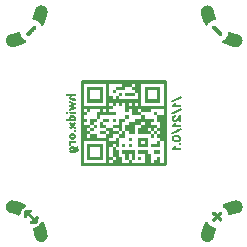
<source format=gbo>
%TF.GenerationSoftware,KiCad,Pcbnew,9.0.2*%
%TF.CreationDate,2026-02-09T05:43:33+00:00*%
%TF.ProjectId,kicad_rgb_module,6b696361-645f-4726-9762-5f6d6f64756c,0.1*%
%TF.SameCoordinates,PX518a060PY47868c0*%
%TF.FileFunction,Legend,Bot*%
%TF.FilePolarity,Positive*%
%FSLAX46Y46*%
G04 Gerber Fmt 4.6, Leading zero omitted, Abs format (unit mm)*
G04 Created by KiCad (PCBNEW 9.0.2) date 2026-02-09 05:43:33*
%MOMM*%
%LPD*%
G01*
G04 APERTURE LIST*
%ADD10C,0.010000*%
%ADD11C,0.000000*%
G04 APERTURE END LIST*
D10*
%TO.C,MH1*%
X-6927224Y-8363673D02*
X-6910490Y-8370006D01*
X-6894865Y-8381443D01*
X-6879640Y-8398642D01*
X-6864105Y-8422264D01*
X-6847554Y-8452967D01*
X-6847397Y-8453278D01*
X-6790000Y-8574867D01*
X-6736573Y-8702515D01*
X-6687454Y-8835225D01*
X-6642980Y-8972001D01*
X-6603489Y-9111845D01*
X-6569317Y-9253759D01*
X-6556904Y-9312399D01*
X-6546097Y-9371876D01*
X-6539184Y-9425010D01*
X-6536127Y-9472352D01*
X-6536888Y-9514455D01*
X-6540758Y-9548042D01*
X-6555251Y-9611477D01*
X-6576627Y-9671259D01*
X-6604648Y-9727037D01*
X-6639073Y-9778463D01*
X-6679664Y-9825185D01*
X-6726181Y-9866853D01*
X-6778386Y-9903118D01*
X-6786696Y-9908072D01*
X-6839411Y-9934367D01*
X-6895643Y-9954077D01*
X-6954325Y-9967096D01*
X-7014388Y-9973317D01*
X-7074762Y-9972633D01*
X-7134380Y-9964938D01*
X-7192174Y-9950126D01*
X-7195991Y-9948864D01*
X-7252049Y-9925950D01*
X-7304999Y-9896150D01*
X-7354154Y-9860135D01*
X-7398828Y-9818572D01*
X-7438335Y-9772129D01*
X-7471988Y-9721476D01*
X-7499101Y-9667280D01*
X-7507775Y-9645271D01*
X-7512325Y-9630982D01*
X-7517856Y-9610760D01*
X-7523903Y-9586476D01*
X-7530000Y-9560000D01*
X-7535681Y-9533206D01*
X-7535769Y-9532767D01*
X-7557396Y-9433038D01*
X-7580987Y-9339270D01*
X-7607103Y-9249615D01*
X-7636304Y-9162220D01*
X-7669150Y-9075237D01*
X-7688702Y-9027540D01*
X-7702382Y-8993032D01*
X-7711758Y-8964200D01*
X-7716883Y-8940083D01*
X-7717811Y-8919725D01*
X-7714596Y-8902166D01*
X-7707291Y-8886446D01*
X-7697340Y-8873166D01*
X-7688390Y-8863901D01*
X-7678680Y-8856235D01*
X-7666824Y-8849499D01*
X-7651432Y-8843023D01*
X-7631119Y-8836136D01*
X-7604496Y-8828169D01*
X-7603610Y-8827913D01*
X-7546819Y-8810229D01*
X-7495088Y-8791184D01*
X-7445545Y-8769657D01*
X-7412484Y-8753463D01*
X-7337350Y-8710725D01*
X-7265772Y-8661201D01*
X-7198476Y-8605521D01*
X-7136191Y-8544317D01*
X-7079644Y-8478220D01*
X-7051882Y-8440899D01*
X-7029949Y-8412101D01*
X-7009615Y-8390350D01*
X-6990154Y-8375105D01*
X-6970837Y-8365825D01*
X-6950940Y-8361966D01*
X-6945775Y-8361785D01*
X-6927224Y-8363673D01*
G36*
X-6927224Y-8363673D02*
G01*
X-6910490Y-8370006D01*
X-6894865Y-8381443D01*
X-6879640Y-8398642D01*
X-6864105Y-8422264D01*
X-6847554Y-8452967D01*
X-6847397Y-8453278D01*
X-6790000Y-8574867D01*
X-6736573Y-8702515D01*
X-6687454Y-8835225D01*
X-6642980Y-8972001D01*
X-6603489Y-9111845D01*
X-6569317Y-9253759D01*
X-6556904Y-9312399D01*
X-6546097Y-9371876D01*
X-6539184Y-9425010D01*
X-6536127Y-9472352D01*
X-6536888Y-9514455D01*
X-6540758Y-9548042D01*
X-6555251Y-9611477D01*
X-6576627Y-9671259D01*
X-6604648Y-9727037D01*
X-6639073Y-9778463D01*
X-6679664Y-9825185D01*
X-6726181Y-9866853D01*
X-6778386Y-9903118D01*
X-6786696Y-9908072D01*
X-6839411Y-9934367D01*
X-6895643Y-9954077D01*
X-6954325Y-9967096D01*
X-7014388Y-9973317D01*
X-7074762Y-9972633D01*
X-7134380Y-9964938D01*
X-7192174Y-9950126D01*
X-7195991Y-9948864D01*
X-7252049Y-9925950D01*
X-7304999Y-9896150D01*
X-7354154Y-9860135D01*
X-7398828Y-9818572D01*
X-7438335Y-9772129D01*
X-7471988Y-9721476D01*
X-7499101Y-9667280D01*
X-7507775Y-9645271D01*
X-7512325Y-9630982D01*
X-7517856Y-9610760D01*
X-7523903Y-9586476D01*
X-7530000Y-9560000D01*
X-7535681Y-9533206D01*
X-7535769Y-9532767D01*
X-7557396Y-9433038D01*
X-7580987Y-9339270D01*
X-7607103Y-9249615D01*
X-7636304Y-9162220D01*
X-7669150Y-9075237D01*
X-7688702Y-9027540D01*
X-7702382Y-8993032D01*
X-7711758Y-8964200D01*
X-7716883Y-8940083D01*
X-7717811Y-8919725D01*
X-7714596Y-8902166D01*
X-7707291Y-8886446D01*
X-7697340Y-8873166D01*
X-7688390Y-8863901D01*
X-7678680Y-8856235D01*
X-7666824Y-8849499D01*
X-7651432Y-8843023D01*
X-7631119Y-8836136D01*
X-7604496Y-8828169D01*
X-7603610Y-8827913D01*
X-7546819Y-8810229D01*
X-7495088Y-8791184D01*
X-7445545Y-8769657D01*
X-7412484Y-8753463D01*
X-7337350Y-8710725D01*
X-7265772Y-8661201D01*
X-7198476Y-8605521D01*
X-7136191Y-8544317D01*
X-7079644Y-8478220D01*
X-7051882Y-8440899D01*
X-7029949Y-8412101D01*
X-7009615Y-8390350D01*
X-6990154Y-8375105D01*
X-6970837Y-8365825D01*
X-6950940Y-8361966D01*
X-6945775Y-8361785D01*
X-6927224Y-8363673D01*
G37*
X-9468100Y-6540072D02*
X-9446415Y-6540449D01*
X-9425452Y-6541453D01*
X-9404209Y-6543246D01*
X-9381681Y-6545989D01*
X-9356864Y-6549844D01*
X-9328754Y-6554973D01*
X-9296347Y-6561536D01*
X-9258640Y-6569696D01*
X-9214627Y-6579615D01*
X-9196241Y-6583833D01*
X-9082828Y-6612346D01*
X-8966649Y-6646141D01*
X-8849561Y-6684552D01*
X-8733420Y-6726912D01*
X-8620083Y-6772554D01*
X-8511407Y-6820813D01*
X-8440238Y-6855223D01*
X-8412711Y-6869708D01*
X-8391680Y-6882502D01*
X-8376108Y-6894416D01*
X-8364956Y-6906258D01*
X-8357187Y-6918838D01*
X-8356314Y-6920695D01*
X-8350339Y-6938729D01*
X-8350391Y-6955553D01*
X-8354346Y-6969794D01*
X-8365200Y-6989506D01*
X-8383521Y-7009753D01*
X-8408901Y-7030098D01*
X-8413687Y-7033399D01*
X-8486919Y-7087473D01*
X-8554387Y-7146677D01*
X-8615849Y-7210718D01*
X-8671065Y-7279304D01*
X-8719791Y-7352140D01*
X-8761786Y-7428936D01*
X-8787294Y-7485486D01*
X-8799639Y-7516677D01*
X-8810859Y-7548070D01*
X-8821609Y-7581691D01*
X-8832546Y-7619568D01*
X-8841402Y-7652506D01*
X-8846714Y-7670749D01*
X-8852129Y-7683797D01*
X-8858968Y-7694298D01*
X-8866421Y-7702719D01*
X-8881984Y-7716158D01*
X-8898371Y-7724237D01*
X-8916682Y-7727000D01*
X-8938014Y-7724492D01*
X-8963466Y-7716757D01*
X-8985897Y-7707562D01*
X-9106416Y-7658118D01*
X-9230705Y-7614836D01*
X-9359347Y-7577536D01*
X-9492924Y-7546036D01*
X-9523605Y-7539752D01*
X-9558288Y-7532651D01*
X-9586669Y-7526339D01*
X-9610288Y-7520367D01*
X-9630682Y-7514290D01*
X-9649391Y-7507661D01*
X-9667953Y-7500031D01*
X-9681791Y-7493807D01*
X-9734772Y-7465068D01*
X-9783839Y-7429923D01*
X-9828423Y-7389101D01*
X-9867951Y-7343330D01*
X-9901852Y-7293338D01*
X-9929555Y-7239854D01*
X-9950489Y-7183607D01*
X-9962136Y-7136287D01*
X-9970260Y-7073528D01*
X-9970797Y-7011899D01*
X-9964073Y-6951884D01*
X-9950414Y-6893968D01*
X-9930144Y-6838639D01*
X-9903589Y-6786380D01*
X-9871073Y-6737677D01*
X-9832923Y-6693016D01*
X-9789463Y-6652881D01*
X-9741018Y-6617760D01*
X-9687914Y-6588136D01*
X-9630476Y-6564495D01*
X-9569029Y-6547323D01*
X-9567319Y-6546954D01*
X-9549637Y-6543772D01*
X-9530395Y-6541648D01*
X-9507696Y-6540451D01*
X-9479648Y-6540049D01*
X-9468100Y-6540072D01*
G36*
X-9468100Y-6540072D02*
G01*
X-9446415Y-6540449D01*
X-9425452Y-6541453D01*
X-9404209Y-6543246D01*
X-9381681Y-6545989D01*
X-9356864Y-6549844D01*
X-9328754Y-6554973D01*
X-9296347Y-6561536D01*
X-9258640Y-6569696D01*
X-9214627Y-6579615D01*
X-9196241Y-6583833D01*
X-9082828Y-6612346D01*
X-8966649Y-6646141D01*
X-8849561Y-6684552D01*
X-8733420Y-6726912D01*
X-8620083Y-6772554D01*
X-8511407Y-6820813D01*
X-8440238Y-6855223D01*
X-8412711Y-6869708D01*
X-8391680Y-6882502D01*
X-8376108Y-6894416D01*
X-8364956Y-6906258D01*
X-8357187Y-6918838D01*
X-8356314Y-6920695D01*
X-8350339Y-6938729D01*
X-8350391Y-6955553D01*
X-8354346Y-6969794D01*
X-8365200Y-6989506D01*
X-8383521Y-7009753D01*
X-8408901Y-7030098D01*
X-8413687Y-7033399D01*
X-8486919Y-7087473D01*
X-8554387Y-7146677D01*
X-8615849Y-7210718D01*
X-8671065Y-7279304D01*
X-8719791Y-7352140D01*
X-8761786Y-7428936D01*
X-8787294Y-7485486D01*
X-8799639Y-7516677D01*
X-8810859Y-7548070D01*
X-8821609Y-7581691D01*
X-8832546Y-7619568D01*
X-8841402Y-7652506D01*
X-8846714Y-7670749D01*
X-8852129Y-7683797D01*
X-8858968Y-7694298D01*
X-8866421Y-7702719D01*
X-8881984Y-7716158D01*
X-8898371Y-7724237D01*
X-8916682Y-7727000D01*
X-8938014Y-7724492D01*
X-8963466Y-7716757D01*
X-8985897Y-7707562D01*
X-9106416Y-7658118D01*
X-9230705Y-7614836D01*
X-9359347Y-7577536D01*
X-9492924Y-7546036D01*
X-9523605Y-7539752D01*
X-9558288Y-7532651D01*
X-9586669Y-7526339D01*
X-9610288Y-7520367D01*
X-9630682Y-7514290D01*
X-9649391Y-7507661D01*
X-9667953Y-7500031D01*
X-9681791Y-7493807D01*
X-9734772Y-7465068D01*
X-9783839Y-7429923D01*
X-9828423Y-7389101D01*
X-9867951Y-7343330D01*
X-9901852Y-7293338D01*
X-9929555Y-7239854D01*
X-9950489Y-7183607D01*
X-9962136Y-7136287D01*
X-9970260Y-7073528D01*
X-9970797Y-7011899D01*
X-9964073Y-6951884D01*
X-9950414Y-6893968D01*
X-9930144Y-6838639D01*
X-9903589Y-6786380D01*
X-9871073Y-6737677D01*
X-9832923Y-6693016D01*
X-9789463Y-6652881D01*
X-9741018Y-6617760D01*
X-9687914Y-6588136D01*
X-9630476Y-6564495D01*
X-9569029Y-6547323D01*
X-9567319Y-6546954D01*
X-9549637Y-6543772D01*
X-9530395Y-6541648D01*
X-9507696Y-6540451D01*
X-9479648Y-6540049D01*
X-9468100Y-6540072D01*
G37*
X-7964282Y-7304831D02*
X-7956004Y-7306451D01*
X-7948531Y-7308923D01*
X-7946717Y-7309658D01*
X-7926651Y-7321473D01*
X-7908399Y-7338391D01*
X-7895341Y-7356916D01*
X-7889021Y-7375281D01*
X-7886342Y-7397524D01*
X-7887305Y-7420490D01*
X-7891913Y-7441025D01*
X-7895287Y-7448844D01*
X-7906301Y-7464927D01*
X-7921061Y-7480302D01*
X-7936929Y-7492456D01*
X-7946113Y-7497250D01*
X-7953555Y-7499582D01*
X-7967356Y-7503279D01*
X-7986129Y-7507993D01*
X-8008482Y-7513377D01*
X-8033026Y-7519082D01*
X-8037082Y-7520005D01*
X-8060965Y-7525466D01*
X-8082059Y-7530363D01*
X-8099196Y-7534417D01*
X-8111207Y-7537353D01*
X-8116927Y-7538893D01*
X-8117234Y-7539025D01*
X-8114666Y-7541714D01*
X-8106885Y-7548445D01*
X-8094921Y-7558357D01*
X-8079805Y-7570592D01*
X-8069893Y-7578499D01*
X-7950758Y-7678104D01*
X-7836829Y-7783700D01*
X-7728115Y-7895278D01*
X-7624622Y-8012832D01*
X-7575743Y-8072709D01*
X-7561845Y-8089815D01*
X-7549589Y-8104241D01*
X-7539827Y-8115039D01*
X-7533407Y-8121261D01*
X-7531257Y-8122318D01*
X-7529568Y-8117732D01*
X-7526289Y-8106603D01*
X-7521739Y-8090097D01*
X-7516236Y-8069375D01*
X-7510098Y-8045601D01*
X-7507650Y-8035948D01*
X-7499793Y-8004998D01*
X-7493445Y-7980698D01*
X-7488219Y-7961991D01*
X-7483727Y-7947820D01*
X-7479583Y-7937128D01*
X-7475400Y-7928856D01*
X-7470791Y-7921947D01*
X-7465369Y-7915344D01*
X-7462249Y-7911845D01*
X-7441788Y-7894613D01*
X-7418455Y-7883937D01*
X-7393563Y-7879633D01*
X-7368428Y-7881513D01*
X-7344365Y-7889393D01*
X-7322688Y-7903085D01*
X-7304712Y-7922404D01*
X-7296945Y-7935233D01*
X-7291914Y-7946367D01*
X-7288606Y-7957519D01*
X-7287107Y-7969792D01*
X-7287506Y-7984288D01*
X-7289888Y-8002110D01*
X-7294342Y-8024360D01*
X-7300954Y-8052141D01*
X-7308509Y-8081588D01*
X-7315878Y-8109832D01*
X-7324678Y-8143674D01*
X-7334366Y-8181024D01*
X-7344401Y-8219791D01*
X-7354240Y-8257884D01*
X-7362945Y-8291666D01*
X-7372521Y-8328545D01*
X-7380605Y-8358575D01*
X-7387567Y-8382622D01*
X-7393775Y-8401553D01*
X-7399600Y-8416236D01*
X-7405409Y-8427538D01*
X-7411573Y-8436324D01*
X-7418460Y-8443463D01*
X-7426440Y-8449821D01*
X-7431906Y-8453622D01*
X-7437984Y-8457585D01*
X-7443925Y-8460894D01*
X-7450423Y-8463569D01*
X-7458168Y-8465630D01*
X-7467853Y-8467096D01*
X-7480170Y-8467988D01*
X-7495810Y-8468325D01*
X-7515466Y-8468128D01*
X-7539830Y-8467416D01*
X-7569593Y-8466209D01*
X-7605448Y-8464528D01*
X-7648087Y-8462392D01*
X-7679845Y-8460764D01*
X-7719694Y-8458655D01*
X-7757522Y-8456536D01*
X-7792512Y-8454462D01*
X-7823849Y-8452486D01*
X-7850718Y-8450661D01*
X-7872303Y-8449042D01*
X-7887788Y-8447682D01*
X-7896358Y-8446635D01*
X-7897300Y-8446435D01*
X-7920588Y-8436478D01*
X-7939627Y-8420904D01*
X-7954050Y-8401024D01*
X-7963486Y-8378146D01*
X-7967568Y-8353579D01*
X-7965926Y-8328632D01*
X-7958191Y-8304615D01*
X-7943994Y-8282836D01*
X-7943551Y-8282329D01*
X-7927507Y-8267945D01*
X-7908797Y-8256783D01*
X-7907539Y-8256227D01*
X-7899685Y-8253014D01*
X-7892427Y-8250730D01*
X-7884347Y-8249280D01*
X-7874027Y-8248564D01*
X-7860048Y-8248486D01*
X-7840991Y-8248948D01*
X-7815438Y-8249852D01*
X-7815116Y-8249864D01*
X-7789965Y-8250888D01*
X-7765599Y-8252033D01*
X-7743931Y-8253198D01*
X-7726877Y-8254283D01*
X-7718415Y-8254967D01*
X-7708477Y-8255936D01*
X-7701486Y-8256149D01*
X-7697714Y-8254836D01*
X-7697431Y-8251232D01*
X-7700910Y-8244569D01*
X-7708422Y-8234080D01*
X-7720237Y-8218997D01*
X-7736627Y-8198552D01*
X-7739720Y-8194698D01*
X-7809142Y-8111622D01*
X-7883173Y-8029536D01*
X-7960586Y-7949640D01*
X-8040154Y-7873134D01*
X-8120650Y-7801218D01*
X-8200846Y-7735090D01*
X-8243237Y-7702480D01*
X-8258607Y-7690964D01*
X-8256073Y-7726534D01*
X-8255110Y-7743577D01*
X-8254201Y-7766028D01*
X-8253431Y-7791357D01*
X-8252884Y-7817034D01*
X-8252761Y-7825604D01*
X-8252590Y-7850786D01*
X-8252860Y-7869488D01*
X-8253686Y-7883160D01*
X-8255180Y-7893252D01*
X-8257455Y-7901216D01*
X-8258977Y-7904979D01*
X-8273147Y-7927779D01*
X-8292882Y-7946228D01*
X-8316564Y-7959267D01*
X-8342573Y-7965837D01*
X-8352881Y-7966417D01*
X-8378604Y-7962783D01*
X-8402888Y-7952630D01*
X-8424002Y-7937081D01*
X-8440217Y-7917260D01*
X-8446009Y-7905947D01*
X-8447904Y-7901109D01*
X-8449545Y-7895913D01*
X-8450976Y-7889691D01*
X-8452243Y-7881775D01*
X-8453389Y-7871499D01*
X-8454459Y-7858194D01*
X-8455497Y-7841193D01*
X-8456548Y-7819827D01*
X-8457655Y-7793431D01*
X-8458863Y-7761335D01*
X-8460216Y-7722873D01*
X-8461759Y-7677377D01*
X-8462347Y-7659816D01*
X-8463863Y-7613978D01*
X-8465055Y-7575345D01*
X-8465865Y-7543191D01*
X-8466239Y-7516787D01*
X-8466120Y-7495406D01*
X-8465453Y-7478322D01*
X-8464182Y-7464805D01*
X-8462252Y-7454130D01*
X-8459607Y-7445567D01*
X-8456190Y-7438392D01*
X-8451948Y-7431874D01*
X-8446822Y-7425288D01*
X-8444138Y-7422016D01*
X-8432628Y-7411144D01*
X-8417438Y-7400826D01*
X-8401219Y-7392524D01*
X-8386619Y-7387704D01*
X-8380875Y-7387057D01*
X-8375033Y-7386188D01*
X-8362270Y-7383701D01*
X-8343400Y-7379771D01*
X-8319234Y-7374575D01*
X-8290584Y-7368290D01*
X-8258263Y-7361091D01*
X-8223082Y-7353155D01*
X-8189019Y-7345385D01*
X-8142404Y-7334755D01*
X-8102812Y-7325894D01*
X-8069552Y-7318700D01*
X-8041933Y-7313071D01*
X-8019265Y-7308904D01*
X-8000857Y-7306099D01*
X-7986018Y-7304553D01*
X-7974056Y-7304164D01*
X-7964282Y-7304831D01*
G36*
X-7964282Y-7304831D02*
G01*
X-7956004Y-7306451D01*
X-7948531Y-7308923D01*
X-7946717Y-7309658D01*
X-7926651Y-7321473D01*
X-7908399Y-7338391D01*
X-7895341Y-7356916D01*
X-7889021Y-7375281D01*
X-7886342Y-7397524D01*
X-7887305Y-7420490D01*
X-7891913Y-7441025D01*
X-7895287Y-7448844D01*
X-7906301Y-7464927D01*
X-7921061Y-7480302D01*
X-7936929Y-7492456D01*
X-7946113Y-7497250D01*
X-7953555Y-7499582D01*
X-7967356Y-7503279D01*
X-7986129Y-7507993D01*
X-8008482Y-7513377D01*
X-8033026Y-7519082D01*
X-8037082Y-7520005D01*
X-8060965Y-7525466D01*
X-8082059Y-7530363D01*
X-8099196Y-7534417D01*
X-8111207Y-7537353D01*
X-8116927Y-7538893D01*
X-8117234Y-7539025D01*
X-8114666Y-7541714D01*
X-8106885Y-7548445D01*
X-8094921Y-7558357D01*
X-8079805Y-7570592D01*
X-8069893Y-7578499D01*
X-7950758Y-7678104D01*
X-7836829Y-7783700D01*
X-7728115Y-7895278D01*
X-7624622Y-8012832D01*
X-7575743Y-8072709D01*
X-7561845Y-8089815D01*
X-7549589Y-8104241D01*
X-7539827Y-8115039D01*
X-7533407Y-8121261D01*
X-7531257Y-8122318D01*
X-7529568Y-8117732D01*
X-7526289Y-8106603D01*
X-7521739Y-8090097D01*
X-7516236Y-8069375D01*
X-7510098Y-8045601D01*
X-7507650Y-8035948D01*
X-7499793Y-8004998D01*
X-7493445Y-7980698D01*
X-7488219Y-7961991D01*
X-7483727Y-7947820D01*
X-7479583Y-7937128D01*
X-7475400Y-7928856D01*
X-7470791Y-7921947D01*
X-7465369Y-7915344D01*
X-7462249Y-7911845D01*
X-7441788Y-7894613D01*
X-7418455Y-7883937D01*
X-7393563Y-7879633D01*
X-7368428Y-7881513D01*
X-7344365Y-7889393D01*
X-7322688Y-7903085D01*
X-7304712Y-7922404D01*
X-7296945Y-7935233D01*
X-7291914Y-7946367D01*
X-7288606Y-7957519D01*
X-7287107Y-7969792D01*
X-7287506Y-7984288D01*
X-7289888Y-8002110D01*
X-7294342Y-8024360D01*
X-7300954Y-8052141D01*
X-7308509Y-8081588D01*
X-7315878Y-8109832D01*
X-7324678Y-8143674D01*
X-7334366Y-8181024D01*
X-7344401Y-8219791D01*
X-7354240Y-8257884D01*
X-7362945Y-8291666D01*
X-7372521Y-8328545D01*
X-7380605Y-8358575D01*
X-7387567Y-8382622D01*
X-7393775Y-8401553D01*
X-7399600Y-8416236D01*
X-7405409Y-8427538D01*
X-7411573Y-8436324D01*
X-7418460Y-8443463D01*
X-7426440Y-8449821D01*
X-7431906Y-8453622D01*
X-7437984Y-8457585D01*
X-7443925Y-8460894D01*
X-7450423Y-8463569D01*
X-7458168Y-8465630D01*
X-7467853Y-8467096D01*
X-7480170Y-8467988D01*
X-7495810Y-8468325D01*
X-7515466Y-8468128D01*
X-7539830Y-8467416D01*
X-7569593Y-8466209D01*
X-7605448Y-8464528D01*
X-7648087Y-8462392D01*
X-7679845Y-8460764D01*
X-7719694Y-8458655D01*
X-7757522Y-8456536D01*
X-7792512Y-8454462D01*
X-7823849Y-8452486D01*
X-7850718Y-8450661D01*
X-7872303Y-8449042D01*
X-7887788Y-8447682D01*
X-7896358Y-8446635D01*
X-7897300Y-8446435D01*
X-7920588Y-8436478D01*
X-7939627Y-8420904D01*
X-7954050Y-8401024D01*
X-7963486Y-8378146D01*
X-7967568Y-8353579D01*
X-7965926Y-8328632D01*
X-7958191Y-8304615D01*
X-7943994Y-8282836D01*
X-7943551Y-8282329D01*
X-7927507Y-8267945D01*
X-7908797Y-8256783D01*
X-7907539Y-8256227D01*
X-7899685Y-8253014D01*
X-7892427Y-8250730D01*
X-7884347Y-8249280D01*
X-7874027Y-8248564D01*
X-7860048Y-8248486D01*
X-7840991Y-8248948D01*
X-7815438Y-8249852D01*
X-7815116Y-8249864D01*
X-7789965Y-8250888D01*
X-7765599Y-8252033D01*
X-7743931Y-8253198D01*
X-7726877Y-8254283D01*
X-7718415Y-8254967D01*
X-7708477Y-8255936D01*
X-7701486Y-8256149D01*
X-7697714Y-8254836D01*
X-7697431Y-8251232D01*
X-7700910Y-8244569D01*
X-7708422Y-8234080D01*
X-7720237Y-8218997D01*
X-7736627Y-8198552D01*
X-7739720Y-8194698D01*
X-7809142Y-8111622D01*
X-7883173Y-8029536D01*
X-7960586Y-7949640D01*
X-8040154Y-7873134D01*
X-8120650Y-7801218D01*
X-8200846Y-7735090D01*
X-8243237Y-7702480D01*
X-8258607Y-7690964D01*
X-8256073Y-7726534D01*
X-8255110Y-7743577D01*
X-8254201Y-7766028D01*
X-8253431Y-7791357D01*
X-8252884Y-7817034D01*
X-8252761Y-7825604D01*
X-8252590Y-7850786D01*
X-8252860Y-7869488D01*
X-8253686Y-7883160D01*
X-8255180Y-7893252D01*
X-8257455Y-7901216D01*
X-8258977Y-7904979D01*
X-8273147Y-7927779D01*
X-8292882Y-7946228D01*
X-8316564Y-7959267D01*
X-8342573Y-7965837D01*
X-8352881Y-7966417D01*
X-8378604Y-7962783D01*
X-8402888Y-7952630D01*
X-8424002Y-7937081D01*
X-8440217Y-7917260D01*
X-8446009Y-7905947D01*
X-8447904Y-7901109D01*
X-8449545Y-7895913D01*
X-8450976Y-7889691D01*
X-8452243Y-7881775D01*
X-8453389Y-7871499D01*
X-8454459Y-7858194D01*
X-8455497Y-7841193D01*
X-8456548Y-7819827D01*
X-8457655Y-7793431D01*
X-8458863Y-7761335D01*
X-8460216Y-7722873D01*
X-8461759Y-7677377D01*
X-8462347Y-7659816D01*
X-8463863Y-7613978D01*
X-8465055Y-7575345D01*
X-8465865Y-7543191D01*
X-8466239Y-7516787D01*
X-8466120Y-7495406D01*
X-8465453Y-7478322D01*
X-8464182Y-7464805D01*
X-8462252Y-7454130D01*
X-8459607Y-7445567D01*
X-8456190Y-7438392D01*
X-8451948Y-7431874D01*
X-8446822Y-7425288D01*
X-8444138Y-7422016D01*
X-8432628Y-7411144D01*
X-8417438Y-7400826D01*
X-8401219Y-7392524D01*
X-8386619Y-7387704D01*
X-8380875Y-7387057D01*
X-8375033Y-7386188D01*
X-8362270Y-7383701D01*
X-8343400Y-7379771D01*
X-8319234Y-7374575D01*
X-8290584Y-7368290D01*
X-8258263Y-7361091D01*
X-8223082Y-7353155D01*
X-8189019Y-7345385D01*
X-8142404Y-7334755D01*
X-8102812Y-7325894D01*
X-8069552Y-7318700D01*
X-8041933Y-7313071D01*
X-8019265Y-7308904D01*
X-8000857Y-7306099D01*
X-7986018Y-7304553D01*
X-7974056Y-7304164D01*
X-7964282Y-7304831D01*
G37*
%TO.C,MH3*%
X9513920Y-6538170D02*
X9547507Y-6542040D01*
X9610942Y-6556533D01*
X9670724Y-6577909D01*
X9726502Y-6605930D01*
X9777928Y-6640355D01*
X9824650Y-6680946D01*
X9866318Y-6727463D01*
X9902583Y-6779668D01*
X9907537Y-6787978D01*
X9933832Y-6840693D01*
X9953542Y-6896925D01*
X9966561Y-6955607D01*
X9972782Y-7015670D01*
X9972098Y-7076044D01*
X9964403Y-7135662D01*
X9949591Y-7193456D01*
X9948329Y-7197273D01*
X9925415Y-7253331D01*
X9895615Y-7306281D01*
X9859600Y-7355436D01*
X9818037Y-7400110D01*
X9771594Y-7439617D01*
X9720941Y-7473270D01*
X9666745Y-7500383D01*
X9644736Y-7509057D01*
X9630447Y-7513607D01*
X9610225Y-7519138D01*
X9585941Y-7525185D01*
X9559465Y-7531282D01*
X9532671Y-7536963D01*
X9532232Y-7537051D01*
X9432503Y-7558678D01*
X9338735Y-7582269D01*
X9249080Y-7608385D01*
X9161685Y-7637586D01*
X9074702Y-7670432D01*
X9027005Y-7689984D01*
X8992497Y-7703664D01*
X8963665Y-7713040D01*
X8939548Y-7718165D01*
X8919190Y-7719093D01*
X8901631Y-7715878D01*
X8885911Y-7708573D01*
X8872631Y-7698622D01*
X8863366Y-7689672D01*
X8855700Y-7679962D01*
X8848964Y-7668106D01*
X8842488Y-7652714D01*
X8835601Y-7632401D01*
X8827634Y-7605778D01*
X8827378Y-7604892D01*
X8809694Y-7548101D01*
X8790649Y-7496370D01*
X8769122Y-7446827D01*
X8752928Y-7413766D01*
X8710190Y-7338632D01*
X8660666Y-7267054D01*
X8604986Y-7199758D01*
X8543782Y-7137473D01*
X8477685Y-7080926D01*
X8440364Y-7053164D01*
X8411566Y-7031231D01*
X8389815Y-7010897D01*
X8374570Y-6991436D01*
X8365290Y-6972119D01*
X8361431Y-6952222D01*
X8361250Y-6947057D01*
X8363138Y-6928506D01*
X8369471Y-6911772D01*
X8380908Y-6896147D01*
X8398107Y-6880922D01*
X8421729Y-6865387D01*
X8452432Y-6848836D01*
X8452743Y-6848679D01*
X8574332Y-6791282D01*
X8701980Y-6737855D01*
X8834690Y-6688736D01*
X8971466Y-6644262D01*
X9111310Y-6604771D01*
X9253224Y-6570599D01*
X9311864Y-6558186D01*
X9371341Y-6547379D01*
X9424475Y-6540466D01*
X9471817Y-6537409D01*
X9513920Y-6538170D01*
G36*
X9513920Y-6538170D02*
G01*
X9547507Y-6542040D01*
X9610942Y-6556533D01*
X9670724Y-6577909D01*
X9726502Y-6605930D01*
X9777928Y-6640355D01*
X9824650Y-6680946D01*
X9866318Y-6727463D01*
X9902583Y-6779668D01*
X9907537Y-6787978D01*
X9933832Y-6840693D01*
X9953542Y-6896925D01*
X9966561Y-6955607D01*
X9972782Y-7015670D01*
X9972098Y-7076044D01*
X9964403Y-7135662D01*
X9949591Y-7193456D01*
X9948329Y-7197273D01*
X9925415Y-7253331D01*
X9895615Y-7306281D01*
X9859600Y-7355436D01*
X9818037Y-7400110D01*
X9771594Y-7439617D01*
X9720941Y-7473270D01*
X9666745Y-7500383D01*
X9644736Y-7509057D01*
X9630447Y-7513607D01*
X9610225Y-7519138D01*
X9585941Y-7525185D01*
X9559465Y-7531282D01*
X9532671Y-7536963D01*
X9532232Y-7537051D01*
X9432503Y-7558678D01*
X9338735Y-7582269D01*
X9249080Y-7608385D01*
X9161685Y-7637586D01*
X9074702Y-7670432D01*
X9027005Y-7689984D01*
X8992497Y-7703664D01*
X8963665Y-7713040D01*
X8939548Y-7718165D01*
X8919190Y-7719093D01*
X8901631Y-7715878D01*
X8885911Y-7708573D01*
X8872631Y-7698622D01*
X8863366Y-7689672D01*
X8855700Y-7679962D01*
X8848964Y-7668106D01*
X8842488Y-7652714D01*
X8835601Y-7632401D01*
X8827634Y-7605778D01*
X8827378Y-7604892D01*
X8809694Y-7548101D01*
X8790649Y-7496370D01*
X8769122Y-7446827D01*
X8752928Y-7413766D01*
X8710190Y-7338632D01*
X8660666Y-7267054D01*
X8604986Y-7199758D01*
X8543782Y-7137473D01*
X8477685Y-7080926D01*
X8440364Y-7053164D01*
X8411566Y-7031231D01*
X8389815Y-7010897D01*
X8374570Y-6991436D01*
X8365290Y-6972119D01*
X8361431Y-6952222D01*
X8361250Y-6947057D01*
X8363138Y-6928506D01*
X8369471Y-6911772D01*
X8380908Y-6896147D01*
X8398107Y-6880922D01*
X8421729Y-6865387D01*
X8452432Y-6848836D01*
X8452743Y-6848679D01*
X8574332Y-6791282D01*
X8701980Y-6737855D01*
X8834690Y-6688736D01*
X8971466Y-6644262D01*
X9111310Y-6604771D01*
X9253224Y-6570599D01*
X9311864Y-6558186D01*
X9371341Y-6547379D01*
X9424475Y-6540466D01*
X9471817Y-6537409D01*
X9513920Y-6538170D01*
G37*
X6955018Y-8351673D02*
X6969259Y-8355628D01*
X6988971Y-8366482D01*
X7009218Y-8384803D01*
X7029563Y-8410183D01*
X7032864Y-8414969D01*
X7086938Y-8488201D01*
X7146142Y-8555669D01*
X7210183Y-8617131D01*
X7278769Y-8672347D01*
X7351605Y-8721073D01*
X7428401Y-8763068D01*
X7484951Y-8788576D01*
X7516142Y-8800921D01*
X7547535Y-8812141D01*
X7581156Y-8822891D01*
X7619033Y-8833828D01*
X7651971Y-8842684D01*
X7670214Y-8847996D01*
X7683262Y-8853411D01*
X7693763Y-8860250D01*
X7702184Y-8867703D01*
X7715623Y-8883266D01*
X7723702Y-8899653D01*
X7726465Y-8917964D01*
X7723957Y-8939296D01*
X7716222Y-8964748D01*
X7707027Y-8987179D01*
X7657583Y-9107698D01*
X7614301Y-9231987D01*
X7577001Y-9360629D01*
X7545501Y-9494206D01*
X7539217Y-9524887D01*
X7532116Y-9559570D01*
X7525804Y-9587951D01*
X7519832Y-9611570D01*
X7513755Y-9631964D01*
X7507126Y-9650673D01*
X7499496Y-9669235D01*
X7493272Y-9683073D01*
X7464533Y-9736054D01*
X7429388Y-9785121D01*
X7388566Y-9829705D01*
X7342795Y-9869233D01*
X7292803Y-9903134D01*
X7239319Y-9930837D01*
X7183072Y-9951771D01*
X7135752Y-9963418D01*
X7072993Y-9971542D01*
X7011364Y-9972079D01*
X6951349Y-9965355D01*
X6893433Y-9951696D01*
X6838104Y-9931426D01*
X6785845Y-9904871D01*
X6737142Y-9872355D01*
X6692481Y-9834205D01*
X6652346Y-9790745D01*
X6617225Y-9742300D01*
X6587601Y-9689196D01*
X6563960Y-9631758D01*
X6546788Y-9570311D01*
X6546419Y-9568601D01*
X6543237Y-9550919D01*
X6541113Y-9531677D01*
X6539916Y-9508978D01*
X6539514Y-9480930D01*
X6539537Y-9469382D01*
X6539914Y-9447697D01*
X6540918Y-9426734D01*
X6542711Y-9405491D01*
X6545454Y-9382963D01*
X6549309Y-9358146D01*
X6554438Y-9330036D01*
X6561001Y-9297629D01*
X6569161Y-9259922D01*
X6579080Y-9215909D01*
X6583298Y-9197523D01*
X6611811Y-9084110D01*
X6645606Y-8967931D01*
X6684017Y-8850843D01*
X6726377Y-8734702D01*
X6772019Y-8621365D01*
X6820278Y-8512689D01*
X6854688Y-8441520D01*
X6869173Y-8413993D01*
X6881967Y-8392962D01*
X6893881Y-8377390D01*
X6905723Y-8366238D01*
X6918303Y-8358469D01*
X6920160Y-8357596D01*
X6938194Y-8351621D01*
X6955018Y-8351673D01*
G36*
X6955018Y-8351673D02*
G01*
X6969259Y-8355628D01*
X6988971Y-8366482D01*
X7009218Y-8384803D01*
X7029563Y-8410183D01*
X7032864Y-8414969D01*
X7086938Y-8488201D01*
X7146142Y-8555669D01*
X7210183Y-8617131D01*
X7278769Y-8672347D01*
X7351605Y-8721073D01*
X7428401Y-8763068D01*
X7484951Y-8788576D01*
X7516142Y-8800921D01*
X7547535Y-8812141D01*
X7581156Y-8822891D01*
X7619033Y-8833828D01*
X7651971Y-8842684D01*
X7670214Y-8847996D01*
X7683262Y-8853411D01*
X7693763Y-8860250D01*
X7702184Y-8867703D01*
X7715623Y-8883266D01*
X7723702Y-8899653D01*
X7726465Y-8917964D01*
X7723957Y-8939296D01*
X7716222Y-8964748D01*
X7707027Y-8987179D01*
X7657583Y-9107698D01*
X7614301Y-9231987D01*
X7577001Y-9360629D01*
X7545501Y-9494206D01*
X7539217Y-9524887D01*
X7532116Y-9559570D01*
X7525804Y-9587951D01*
X7519832Y-9611570D01*
X7513755Y-9631964D01*
X7507126Y-9650673D01*
X7499496Y-9669235D01*
X7493272Y-9683073D01*
X7464533Y-9736054D01*
X7429388Y-9785121D01*
X7388566Y-9829705D01*
X7342795Y-9869233D01*
X7292803Y-9903134D01*
X7239319Y-9930837D01*
X7183072Y-9951771D01*
X7135752Y-9963418D01*
X7072993Y-9971542D01*
X7011364Y-9972079D01*
X6951349Y-9965355D01*
X6893433Y-9951696D01*
X6838104Y-9931426D01*
X6785845Y-9904871D01*
X6737142Y-9872355D01*
X6692481Y-9834205D01*
X6652346Y-9790745D01*
X6617225Y-9742300D01*
X6587601Y-9689196D01*
X6563960Y-9631758D01*
X6546788Y-9570311D01*
X6546419Y-9568601D01*
X6543237Y-9550919D01*
X6541113Y-9531677D01*
X6539916Y-9508978D01*
X6539514Y-9480930D01*
X6539537Y-9469382D01*
X6539914Y-9447697D01*
X6540918Y-9426734D01*
X6542711Y-9405491D01*
X6545454Y-9382963D01*
X6549309Y-9358146D01*
X6554438Y-9330036D01*
X6561001Y-9297629D01*
X6569161Y-9259922D01*
X6579080Y-9215909D01*
X6583298Y-9197523D01*
X6611811Y-9084110D01*
X6645606Y-8967931D01*
X6684017Y-8850843D01*
X6726377Y-8734702D01*
X6772019Y-8621365D01*
X6820278Y-8512689D01*
X6854688Y-8441520D01*
X6869173Y-8413993D01*
X6881967Y-8392962D01*
X6893881Y-8377390D01*
X6905723Y-8366238D01*
X6918303Y-8358469D01*
X6920160Y-8357596D01*
X6938194Y-8351621D01*
X6955018Y-8351673D01*
G37*
X8173913Y-7497820D02*
X8187437Y-7503224D01*
X8210652Y-7518879D01*
X8227874Y-7539503D01*
X8237933Y-7562126D01*
X8242314Y-7579823D01*
X8243348Y-7594838D01*
X8241009Y-7610844D01*
X8237471Y-7624185D01*
X8235599Y-7629927D01*
X8233123Y-7635561D01*
X8229495Y-7641713D01*
X8224164Y-7649007D01*
X8216580Y-7658067D01*
X8206195Y-7669517D01*
X8192456Y-7683982D01*
X8174816Y-7702086D01*
X8152724Y-7724453D01*
X8125630Y-7751707D01*
X8121480Y-7755874D01*
X8011789Y-7866007D01*
X8121480Y-7976140D01*
X8149305Y-8004116D01*
X8172053Y-8027118D01*
X8190273Y-8045771D01*
X8204516Y-8060700D01*
X8215330Y-8072528D01*
X8223266Y-8081879D01*
X8228875Y-8089379D01*
X8232705Y-8095651D01*
X8235306Y-8101320D01*
X8237229Y-8107010D01*
X8237471Y-8107829D01*
X8242124Y-8126610D01*
X8243383Y-8141901D01*
X8241278Y-8157373D01*
X8237933Y-8169888D01*
X8226692Y-8194545D01*
X8209602Y-8214425D01*
X8187607Y-8228856D01*
X8161652Y-8237166D01*
X8140798Y-8238982D01*
X8129644Y-8238748D01*
X8119682Y-8237797D01*
X8110230Y-8235633D01*
X8100607Y-8231761D01*
X8090132Y-8225687D01*
X8078124Y-8216914D01*
X8063903Y-8204948D01*
X8046786Y-8189294D01*
X8026095Y-8169456D01*
X8001146Y-8144940D01*
X7972974Y-8116956D01*
X7866673Y-8011127D01*
X7758559Y-8118789D01*
X7725807Y-8151189D01*
X7698278Y-8177947D01*
X7675790Y-8199233D01*
X7658158Y-8215216D01*
X7645200Y-8226067D01*
X7636730Y-8231953D01*
X7635077Y-8232760D01*
X7611156Y-8238627D01*
X7585114Y-8238409D01*
X7559340Y-8232552D01*
X7536224Y-8221501D01*
X7524073Y-8212046D01*
X7508280Y-8191856D01*
X7498230Y-8167562D01*
X7494320Y-8140924D01*
X7496944Y-8113706D01*
X7499701Y-8103689D01*
X7501893Y-8097802D01*
X7504868Y-8091812D01*
X7509183Y-8085087D01*
X7515397Y-8076996D01*
X7524068Y-8066906D01*
X7535754Y-8054186D01*
X7551014Y-8038203D01*
X7570404Y-8018325D01*
X7594483Y-7993921D01*
X7614080Y-7974157D01*
X7721433Y-7866011D01*
X7616232Y-7759845D01*
X7588145Y-7731277D01*
X7563269Y-7705522D01*
X7542058Y-7683075D01*
X7524971Y-7664428D01*
X7512464Y-7650076D01*
X7504993Y-7640513D01*
X7503347Y-7637804D01*
X7497707Y-7619653D01*
X7495447Y-7597647D01*
X7496528Y-7574938D01*
X7500911Y-7554679D01*
X7504489Y-7546147D01*
X7518143Y-7526917D01*
X7536514Y-7510139D01*
X7555827Y-7498889D01*
X7571697Y-7494821D01*
X7591689Y-7493195D01*
X7612373Y-7494004D01*
X7630321Y-7497238D01*
X7635689Y-7499093D01*
X7643205Y-7504005D01*
X7656014Y-7514648D01*
X7674015Y-7530930D01*
X7697108Y-7552756D01*
X7725192Y-7580035D01*
X7758167Y-7612673D01*
X7758559Y-7613064D01*
X7866673Y-7720887D01*
X7972974Y-7615058D01*
X8004238Y-7584116D01*
X8030431Y-7558609D01*
X8051925Y-7538195D01*
X8069093Y-7522533D01*
X8082307Y-7511280D01*
X8091939Y-7504096D01*
X8097031Y-7501173D01*
X8121344Y-7494104D01*
X8147931Y-7493008D01*
X8173913Y-7497820D01*
G36*
X8173913Y-7497820D02*
G01*
X8187437Y-7503224D01*
X8210652Y-7518879D01*
X8227874Y-7539503D01*
X8237933Y-7562126D01*
X8242314Y-7579823D01*
X8243348Y-7594838D01*
X8241009Y-7610844D01*
X8237471Y-7624185D01*
X8235599Y-7629927D01*
X8233123Y-7635561D01*
X8229495Y-7641713D01*
X8224164Y-7649007D01*
X8216580Y-7658067D01*
X8206195Y-7669517D01*
X8192456Y-7683982D01*
X8174816Y-7702086D01*
X8152724Y-7724453D01*
X8125630Y-7751707D01*
X8121480Y-7755874D01*
X8011789Y-7866007D01*
X8121480Y-7976140D01*
X8149305Y-8004116D01*
X8172053Y-8027118D01*
X8190273Y-8045771D01*
X8204516Y-8060700D01*
X8215330Y-8072528D01*
X8223266Y-8081879D01*
X8228875Y-8089379D01*
X8232705Y-8095651D01*
X8235306Y-8101320D01*
X8237229Y-8107010D01*
X8237471Y-8107829D01*
X8242124Y-8126610D01*
X8243383Y-8141901D01*
X8241278Y-8157373D01*
X8237933Y-8169888D01*
X8226692Y-8194545D01*
X8209602Y-8214425D01*
X8187607Y-8228856D01*
X8161652Y-8237166D01*
X8140798Y-8238982D01*
X8129644Y-8238748D01*
X8119682Y-8237797D01*
X8110230Y-8235633D01*
X8100607Y-8231761D01*
X8090132Y-8225687D01*
X8078124Y-8216914D01*
X8063903Y-8204948D01*
X8046786Y-8189294D01*
X8026095Y-8169456D01*
X8001146Y-8144940D01*
X7972974Y-8116956D01*
X7866673Y-8011127D01*
X7758559Y-8118789D01*
X7725807Y-8151189D01*
X7698278Y-8177947D01*
X7675790Y-8199233D01*
X7658158Y-8215216D01*
X7645200Y-8226067D01*
X7636730Y-8231953D01*
X7635077Y-8232760D01*
X7611156Y-8238627D01*
X7585114Y-8238409D01*
X7559340Y-8232552D01*
X7536224Y-8221501D01*
X7524073Y-8212046D01*
X7508280Y-8191856D01*
X7498230Y-8167562D01*
X7494320Y-8140924D01*
X7496944Y-8113706D01*
X7499701Y-8103689D01*
X7501893Y-8097802D01*
X7504868Y-8091812D01*
X7509183Y-8085087D01*
X7515397Y-8076996D01*
X7524068Y-8066906D01*
X7535754Y-8054186D01*
X7551014Y-8038203D01*
X7570404Y-8018325D01*
X7594483Y-7993921D01*
X7614080Y-7974157D01*
X7721433Y-7866011D01*
X7616232Y-7759845D01*
X7588145Y-7731277D01*
X7563269Y-7705522D01*
X7542058Y-7683075D01*
X7524971Y-7664428D01*
X7512464Y-7650076D01*
X7504993Y-7640513D01*
X7503347Y-7637804D01*
X7497707Y-7619653D01*
X7495447Y-7597647D01*
X7496528Y-7574938D01*
X7500911Y-7554679D01*
X7504489Y-7546147D01*
X7518143Y-7526917D01*
X7536514Y-7510139D01*
X7555827Y-7498889D01*
X7571697Y-7494821D01*
X7591689Y-7493195D01*
X7612373Y-7494004D01*
X7630321Y-7497238D01*
X7635689Y-7499093D01*
X7643205Y-7504005D01*
X7656014Y-7514648D01*
X7674015Y-7530930D01*
X7697108Y-7552756D01*
X7725192Y-7580035D01*
X7758167Y-7612673D01*
X7758559Y-7613064D01*
X7866673Y-7720887D01*
X7972974Y-7615058D01*
X8004238Y-7584116D01*
X8030431Y-7558609D01*
X8051925Y-7538195D01*
X8069093Y-7522533D01*
X8082307Y-7511280D01*
X8091939Y-7504096D01*
X8097031Y-7501173D01*
X8121344Y-7494104D01*
X8147931Y-7493008D01*
X8173913Y-7497820D01*
G37*
%TO.C,MH4*%
X7074971Y9970493D02*
X7134589Y9962798D01*
X7192383Y9947986D01*
X7196200Y9946724D01*
X7252258Y9923810D01*
X7305208Y9894010D01*
X7354363Y9857995D01*
X7399037Y9816432D01*
X7438544Y9769989D01*
X7472197Y9719336D01*
X7499310Y9665140D01*
X7507984Y9643131D01*
X7512534Y9628842D01*
X7518065Y9608620D01*
X7524112Y9584336D01*
X7530209Y9557860D01*
X7535890Y9531066D01*
X7535978Y9530627D01*
X7557605Y9430898D01*
X7581196Y9337130D01*
X7607312Y9247475D01*
X7636513Y9160080D01*
X7669359Y9073097D01*
X7688911Y9025400D01*
X7702591Y8990892D01*
X7711967Y8962060D01*
X7717092Y8937943D01*
X7718020Y8917585D01*
X7714805Y8900026D01*
X7707500Y8884306D01*
X7697549Y8871026D01*
X7688599Y8861761D01*
X7678889Y8854095D01*
X7667033Y8847359D01*
X7651641Y8840883D01*
X7631328Y8833996D01*
X7604705Y8826029D01*
X7603819Y8825773D01*
X7547028Y8808089D01*
X7495297Y8789044D01*
X7445754Y8767517D01*
X7412693Y8751323D01*
X7337559Y8708585D01*
X7265981Y8659061D01*
X7198685Y8603381D01*
X7136400Y8542177D01*
X7079853Y8476080D01*
X7052091Y8438759D01*
X7030158Y8409961D01*
X7009824Y8388210D01*
X6990363Y8372965D01*
X6971046Y8363685D01*
X6951149Y8359826D01*
X6945984Y8359645D01*
X6927433Y8361533D01*
X6910699Y8367866D01*
X6895074Y8379303D01*
X6879849Y8396502D01*
X6864314Y8420124D01*
X6847763Y8450827D01*
X6847606Y8451138D01*
X6790209Y8572727D01*
X6736782Y8700375D01*
X6687663Y8833085D01*
X6643189Y8969861D01*
X6603698Y9109705D01*
X6569526Y9251619D01*
X6557113Y9310259D01*
X6546306Y9369736D01*
X6539393Y9422870D01*
X6536336Y9470212D01*
X6537097Y9512315D01*
X6540967Y9545902D01*
X6555460Y9609337D01*
X6576836Y9669119D01*
X6604857Y9724897D01*
X6639282Y9776323D01*
X6679873Y9823045D01*
X6726390Y9864713D01*
X6778595Y9900978D01*
X6786905Y9905932D01*
X6839620Y9932227D01*
X6895852Y9951937D01*
X6954534Y9964956D01*
X7014597Y9971177D01*
X7074971Y9970493D01*
G36*
X7074971Y9970493D02*
G01*
X7134589Y9962798D01*
X7192383Y9947986D01*
X7196200Y9946724D01*
X7252258Y9923810D01*
X7305208Y9894010D01*
X7354363Y9857995D01*
X7399037Y9816432D01*
X7438544Y9769989D01*
X7472197Y9719336D01*
X7499310Y9665140D01*
X7507984Y9643131D01*
X7512534Y9628842D01*
X7518065Y9608620D01*
X7524112Y9584336D01*
X7530209Y9557860D01*
X7535890Y9531066D01*
X7535978Y9530627D01*
X7557605Y9430898D01*
X7581196Y9337130D01*
X7607312Y9247475D01*
X7636513Y9160080D01*
X7669359Y9073097D01*
X7688911Y9025400D01*
X7702591Y8990892D01*
X7711967Y8962060D01*
X7717092Y8937943D01*
X7718020Y8917585D01*
X7714805Y8900026D01*
X7707500Y8884306D01*
X7697549Y8871026D01*
X7688599Y8861761D01*
X7678889Y8854095D01*
X7667033Y8847359D01*
X7651641Y8840883D01*
X7631328Y8833996D01*
X7604705Y8826029D01*
X7603819Y8825773D01*
X7547028Y8808089D01*
X7495297Y8789044D01*
X7445754Y8767517D01*
X7412693Y8751323D01*
X7337559Y8708585D01*
X7265981Y8659061D01*
X7198685Y8603381D01*
X7136400Y8542177D01*
X7079853Y8476080D01*
X7052091Y8438759D01*
X7030158Y8409961D01*
X7009824Y8388210D01*
X6990363Y8372965D01*
X6971046Y8363685D01*
X6951149Y8359826D01*
X6945984Y8359645D01*
X6927433Y8361533D01*
X6910699Y8367866D01*
X6895074Y8379303D01*
X6879849Y8396502D01*
X6864314Y8420124D01*
X6847763Y8450827D01*
X6847606Y8451138D01*
X6790209Y8572727D01*
X6736782Y8700375D01*
X6687663Y8833085D01*
X6643189Y8969861D01*
X6603698Y9109705D01*
X6569526Y9251619D01*
X6557113Y9310259D01*
X6546306Y9369736D01*
X6539393Y9422870D01*
X6536336Y9470212D01*
X6537097Y9512315D01*
X6540967Y9545902D01*
X6555460Y9609337D01*
X6576836Y9669119D01*
X6604857Y9724897D01*
X6639282Y9776323D01*
X6679873Y9823045D01*
X6726390Y9864713D01*
X6778595Y9900978D01*
X6786905Y9905932D01*
X6839620Y9932227D01*
X6895852Y9951937D01*
X6954534Y9964956D01*
X7014597Y9971177D01*
X7074971Y9970493D01*
G37*
X7608242Y8264812D02*
X7615109Y8264213D01*
X7621688Y8263171D01*
X7628334Y8261374D01*
X7635405Y8258508D01*
X7643258Y8254261D01*
X7652250Y8248322D01*
X7662739Y8240377D01*
X7675082Y8230113D01*
X7689635Y8217220D01*
X7706756Y8201383D01*
X7726803Y8182291D01*
X7750132Y8159631D01*
X7777100Y8133091D01*
X7808065Y8102358D01*
X7843384Y8067119D01*
X7883415Y8027063D01*
X7928513Y7981877D01*
X7954764Y7955569D01*
X8001217Y7909008D01*
X8042384Y7867712D01*
X8078592Y7831336D01*
X8110172Y7799534D01*
X8137450Y7771962D01*
X8160756Y7748274D01*
X8180417Y7728124D01*
X8196763Y7711168D01*
X8210121Y7697060D01*
X8220820Y7685454D01*
X8229189Y7676005D01*
X8235555Y7668368D01*
X8240248Y7662198D01*
X8243595Y7657149D01*
X8245926Y7652875D01*
X8247567Y7649033D01*
X8248337Y7646855D01*
X8255057Y7615323D01*
X8254452Y7584413D01*
X8246919Y7555192D01*
X8232858Y7528724D01*
X8212667Y7506076D01*
X8189653Y7489876D01*
X8178839Y7484291D01*
X8169327Y7480827D01*
X8158611Y7478989D01*
X8144188Y7478277D01*
X8130840Y7478183D01*
X8111300Y7478527D01*
X8097118Y7479840D01*
X8085736Y7482546D01*
X8074592Y7487066D01*
X8073293Y7487682D01*
X8068863Y7490347D01*
X8062532Y7495109D01*
X8053997Y7502260D01*
X8042959Y7512088D01*
X8029116Y7524886D01*
X8012165Y7540944D01*
X7991807Y7560552D01*
X7967738Y7584002D01*
X7939659Y7611583D01*
X7907267Y7643588D01*
X7870262Y7680305D01*
X7828341Y7722027D01*
X7781203Y7769043D01*
X7770846Y7779385D01*
X7724029Y7826159D01*
X7682524Y7867684D01*
X7646004Y7904299D01*
X7614144Y7936345D01*
X7586618Y7964158D01*
X7563099Y7988079D01*
X7543262Y8008447D01*
X7526781Y8025600D01*
X7513329Y8039878D01*
X7502581Y8051620D01*
X7494210Y8061164D01*
X7487891Y8068850D01*
X7483298Y8075016D01*
X7480104Y8080002D01*
X7478157Y8083758D01*
X7469632Y8109322D01*
X7465904Y8136419D01*
X7467281Y8162030D01*
X7469282Y8171010D01*
X7481522Y8201038D01*
X7499424Y8226016D01*
X7522201Y8245381D01*
X7549065Y8258566D01*
X7579228Y8265008D01*
X7600727Y8265280D01*
X7608242Y8264812D01*
G36*
X7608242Y8264812D02*
G01*
X7615109Y8264213D01*
X7621688Y8263171D01*
X7628334Y8261374D01*
X7635405Y8258508D01*
X7643258Y8254261D01*
X7652250Y8248322D01*
X7662739Y8240377D01*
X7675082Y8230113D01*
X7689635Y8217220D01*
X7706756Y8201383D01*
X7726803Y8182291D01*
X7750132Y8159631D01*
X7777100Y8133091D01*
X7808065Y8102358D01*
X7843384Y8067119D01*
X7883415Y8027063D01*
X7928513Y7981877D01*
X7954764Y7955569D01*
X8001217Y7909008D01*
X8042384Y7867712D01*
X8078592Y7831336D01*
X8110172Y7799534D01*
X8137450Y7771962D01*
X8160756Y7748274D01*
X8180417Y7728124D01*
X8196763Y7711168D01*
X8210121Y7697060D01*
X8220820Y7685454D01*
X8229189Y7676005D01*
X8235555Y7668368D01*
X8240248Y7662198D01*
X8243595Y7657149D01*
X8245926Y7652875D01*
X8247567Y7649033D01*
X8248337Y7646855D01*
X8255057Y7615323D01*
X8254452Y7584413D01*
X8246919Y7555192D01*
X8232858Y7528724D01*
X8212667Y7506076D01*
X8189653Y7489876D01*
X8178839Y7484291D01*
X8169327Y7480827D01*
X8158611Y7478989D01*
X8144188Y7478277D01*
X8130840Y7478183D01*
X8111300Y7478527D01*
X8097118Y7479840D01*
X8085736Y7482546D01*
X8074592Y7487066D01*
X8073293Y7487682D01*
X8068863Y7490347D01*
X8062532Y7495109D01*
X8053997Y7502260D01*
X8042959Y7512088D01*
X8029116Y7524886D01*
X8012165Y7540944D01*
X7991807Y7560552D01*
X7967738Y7584002D01*
X7939659Y7611583D01*
X7907267Y7643588D01*
X7870262Y7680305D01*
X7828341Y7722027D01*
X7781203Y7769043D01*
X7770846Y7779385D01*
X7724029Y7826159D01*
X7682524Y7867684D01*
X7646004Y7904299D01*
X7614144Y7936345D01*
X7586618Y7964158D01*
X7563099Y7988079D01*
X7543262Y8008447D01*
X7526781Y8025600D01*
X7513329Y8039878D01*
X7502581Y8051620D01*
X7494210Y8061164D01*
X7487891Y8068850D01*
X7483298Y8075016D01*
X7480104Y8080002D01*
X7478157Y8083758D01*
X7469632Y8109322D01*
X7465904Y8136419D01*
X7467281Y8162030D01*
X7469282Y8171010D01*
X7481522Y8201038D01*
X7499424Y8226016D01*
X7522201Y8245381D01*
X7549065Y8258566D01*
X7579228Y8265008D01*
X7600727Y8265280D01*
X7608242Y8264812D01*
G37*
X8938223Y7722352D02*
X8963675Y7714617D01*
X8986106Y7705422D01*
X9106625Y7655978D01*
X9230914Y7612696D01*
X9359556Y7575396D01*
X9493133Y7543896D01*
X9523814Y7537612D01*
X9558497Y7530511D01*
X9586878Y7524199D01*
X9610497Y7518227D01*
X9630891Y7512150D01*
X9649600Y7505521D01*
X9668162Y7497891D01*
X9682000Y7491667D01*
X9734981Y7462928D01*
X9784048Y7427783D01*
X9828632Y7386961D01*
X9868160Y7341190D01*
X9902061Y7291198D01*
X9929764Y7237714D01*
X9950698Y7181467D01*
X9962345Y7134147D01*
X9970469Y7071388D01*
X9971006Y7009759D01*
X9964282Y6949744D01*
X9950623Y6891828D01*
X9930353Y6836499D01*
X9903798Y6784240D01*
X9871282Y6735537D01*
X9833132Y6690876D01*
X9789672Y6650741D01*
X9741227Y6615620D01*
X9688123Y6585996D01*
X9630685Y6562355D01*
X9569238Y6545183D01*
X9567528Y6544814D01*
X9549846Y6541632D01*
X9530604Y6539508D01*
X9507905Y6538311D01*
X9479857Y6537909D01*
X9468309Y6537932D01*
X9446624Y6538309D01*
X9425661Y6539313D01*
X9404418Y6541106D01*
X9381890Y6543849D01*
X9357073Y6547704D01*
X9328963Y6552833D01*
X9296556Y6559396D01*
X9258849Y6567556D01*
X9214836Y6577475D01*
X9196450Y6581693D01*
X9083037Y6610206D01*
X8966858Y6644001D01*
X8849770Y6682412D01*
X8733629Y6724772D01*
X8620292Y6770414D01*
X8511616Y6818673D01*
X8440447Y6853083D01*
X8412920Y6867568D01*
X8391889Y6880362D01*
X8376317Y6892276D01*
X8365165Y6904118D01*
X8357396Y6916698D01*
X8356523Y6918555D01*
X8350548Y6936589D01*
X8350600Y6953413D01*
X8354555Y6967654D01*
X8365409Y6987366D01*
X8383730Y7007613D01*
X8409110Y7027958D01*
X8413896Y7031259D01*
X8487128Y7085333D01*
X8554596Y7144537D01*
X8616058Y7208578D01*
X8671274Y7277164D01*
X8720000Y7350000D01*
X8761995Y7426796D01*
X8787503Y7483346D01*
X8799848Y7514537D01*
X8811068Y7545930D01*
X8821818Y7579551D01*
X8832755Y7617428D01*
X8841611Y7650366D01*
X8846923Y7668609D01*
X8852338Y7681657D01*
X8859177Y7692158D01*
X8866630Y7700579D01*
X8882193Y7714018D01*
X8898580Y7722097D01*
X8916891Y7724860D01*
X8938223Y7722352D01*
G36*
X8938223Y7722352D02*
G01*
X8963675Y7714617D01*
X8986106Y7705422D01*
X9106625Y7655978D01*
X9230914Y7612696D01*
X9359556Y7575396D01*
X9493133Y7543896D01*
X9523814Y7537612D01*
X9558497Y7530511D01*
X9586878Y7524199D01*
X9610497Y7518227D01*
X9630891Y7512150D01*
X9649600Y7505521D01*
X9668162Y7497891D01*
X9682000Y7491667D01*
X9734981Y7462928D01*
X9784048Y7427783D01*
X9828632Y7386961D01*
X9868160Y7341190D01*
X9902061Y7291198D01*
X9929764Y7237714D01*
X9950698Y7181467D01*
X9962345Y7134147D01*
X9970469Y7071388D01*
X9971006Y7009759D01*
X9964282Y6949744D01*
X9950623Y6891828D01*
X9930353Y6836499D01*
X9903798Y6784240D01*
X9871282Y6735537D01*
X9833132Y6690876D01*
X9789672Y6650741D01*
X9741227Y6615620D01*
X9688123Y6585996D01*
X9630685Y6562355D01*
X9569238Y6545183D01*
X9567528Y6544814D01*
X9549846Y6541632D01*
X9530604Y6539508D01*
X9507905Y6538311D01*
X9479857Y6537909D01*
X9468309Y6537932D01*
X9446624Y6538309D01*
X9425661Y6539313D01*
X9404418Y6541106D01*
X9381890Y6543849D01*
X9357073Y6547704D01*
X9328963Y6552833D01*
X9296556Y6559396D01*
X9258849Y6567556D01*
X9214836Y6577475D01*
X9196450Y6581693D01*
X9083037Y6610206D01*
X8966858Y6644001D01*
X8849770Y6682412D01*
X8733629Y6724772D01*
X8620292Y6770414D01*
X8511616Y6818673D01*
X8440447Y6853083D01*
X8412920Y6867568D01*
X8391889Y6880362D01*
X8376317Y6892276D01*
X8365165Y6904118D01*
X8357396Y6916698D01*
X8356523Y6918555D01*
X8350548Y6936589D01*
X8350600Y6953413D01*
X8354555Y6967654D01*
X8365409Y6987366D01*
X8383730Y7007613D01*
X8409110Y7027958D01*
X8413896Y7031259D01*
X8487128Y7085333D01*
X8554596Y7144537D01*
X8616058Y7208578D01*
X8671274Y7277164D01*
X8720000Y7350000D01*
X8761995Y7426796D01*
X8787503Y7483346D01*
X8799848Y7514537D01*
X8811068Y7545930D01*
X8821818Y7579551D01*
X8832755Y7617428D01*
X8841611Y7650366D01*
X8846923Y7668609D01*
X8852338Y7681657D01*
X8859177Y7692158D01*
X8866630Y7700579D01*
X8882193Y7714018D01*
X8898580Y7722097D01*
X8916891Y7724860D01*
X8938223Y7722352D01*
G37*
%TO.C,MH2*%
X-8902426Y7715407D02*
X-8886706Y7708102D01*
X-8873426Y7698151D01*
X-8864161Y7689201D01*
X-8856495Y7679491D01*
X-8849759Y7667635D01*
X-8843283Y7652243D01*
X-8836396Y7631930D01*
X-8828429Y7605307D01*
X-8828173Y7604421D01*
X-8810489Y7547630D01*
X-8791444Y7495899D01*
X-8769917Y7446356D01*
X-8753723Y7413295D01*
X-8710985Y7338161D01*
X-8661461Y7266583D01*
X-8605781Y7199287D01*
X-8544577Y7137002D01*
X-8478480Y7080455D01*
X-8441159Y7052693D01*
X-8412361Y7030760D01*
X-8390610Y7010426D01*
X-8375365Y6990965D01*
X-8366085Y6971648D01*
X-8362226Y6951751D01*
X-8362045Y6946586D01*
X-8363933Y6928035D01*
X-8370266Y6911301D01*
X-8381703Y6895676D01*
X-8398902Y6880451D01*
X-8422524Y6864916D01*
X-8453227Y6848365D01*
X-8453538Y6848208D01*
X-8575127Y6790811D01*
X-8702775Y6737384D01*
X-8835485Y6688265D01*
X-8972261Y6643791D01*
X-9112105Y6604300D01*
X-9254019Y6570128D01*
X-9312659Y6557715D01*
X-9372136Y6546908D01*
X-9425270Y6539995D01*
X-9472612Y6536938D01*
X-9514715Y6537699D01*
X-9548302Y6541569D01*
X-9611737Y6556062D01*
X-9671519Y6577438D01*
X-9727297Y6605459D01*
X-9778723Y6639884D01*
X-9825445Y6680475D01*
X-9867113Y6726992D01*
X-9903378Y6779197D01*
X-9908332Y6787507D01*
X-9934627Y6840222D01*
X-9954337Y6896454D01*
X-9967356Y6955136D01*
X-9973577Y7015199D01*
X-9972893Y7075573D01*
X-9965198Y7135191D01*
X-9950386Y7192985D01*
X-9949124Y7196802D01*
X-9926210Y7252860D01*
X-9896410Y7305810D01*
X-9860395Y7354965D01*
X-9818832Y7399639D01*
X-9772389Y7439146D01*
X-9721736Y7472799D01*
X-9667540Y7499912D01*
X-9645531Y7508586D01*
X-9631242Y7513136D01*
X-9611020Y7518667D01*
X-9586736Y7524714D01*
X-9560260Y7530811D01*
X-9533466Y7536492D01*
X-9533027Y7536580D01*
X-9433298Y7558207D01*
X-9339530Y7581798D01*
X-9249875Y7607914D01*
X-9162480Y7637115D01*
X-9075497Y7669961D01*
X-9027800Y7689513D01*
X-8993292Y7703193D01*
X-8964460Y7712569D01*
X-8940343Y7717694D01*
X-8919985Y7718622D01*
X-8902426Y7715407D01*
G36*
X-8902426Y7715407D02*
G01*
X-8886706Y7708102D01*
X-8873426Y7698151D01*
X-8864161Y7689201D01*
X-8856495Y7679491D01*
X-8849759Y7667635D01*
X-8843283Y7652243D01*
X-8836396Y7631930D01*
X-8828429Y7605307D01*
X-8828173Y7604421D01*
X-8810489Y7547630D01*
X-8791444Y7495899D01*
X-8769917Y7446356D01*
X-8753723Y7413295D01*
X-8710985Y7338161D01*
X-8661461Y7266583D01*
X-8605781Y7199287D01*
X-8544577Y7137002D01*
X-8478480Y7080455D01*
X-8441159Y7052693D01*
X-8412361Y7030760D01*
X-8390610Y7010426D01*
X-8375365Y6990965D01*
X-8366085Y6971648D01*
X-8362226Y6951751D01*
X-8362045Y6946586D01*
X-8363933Y6928035D01*
X-8370266Y6911301D01*
X-8381703Y6895676D01*
X-8398902Y6880451D01*
X-8422524Y6864916D01*
X-8453227Y6848365D01*
X-8453538Y6848208D01*
X-8575127Y6790811D01*
X-8702775Y6737384D01*
X-8835485Y6688265D01*
X-8972261Y6643791D01*
X-9112105Y6604300D01*
X-9254019Y6570128D01*
X-9312659Y6557715D01*
X-9372136Y6546908D01*
X-9425270Y6539995D01*
X-9472612Y6536938D01*
X-9514715Y6537699D01*
X-9548302Y6541569D01*
X-9611737Y6556062D01*
X-9671519Y6577438D01*
X-9727297Y6605459D01*
X-9778723Y6639884D01*
X-9825445Y6680475D01*
X-9867113Y6726992D01*
X-9903378Y6779197D01*
X-9908332Y6787507D01*
X-9934627Y6840222D01*
X-9954337Y6896454D01*
X-9967356Y6955136D01*
X-9973577Y7015199D01*
X-9972893Y7075573D01*
X-9965198Y7135191D01*
X-9950386Y7192985D01*
X-9949124Y7196802D01*
X-9926210Y7252860D01*
X-9896410Y7305810D01*
X-9860395Y7354965D01*
X-9818832Y7399639D01*
X-9772389Y7439146D01*
X-9721736Y7472799D01*
X-9667540Y7499912D01*
X-9645531Y7508586D01*
X-9631242Y7513136D01*
X-9611020Y7518667D01*
X-9586736Y7524714D01*
X-9560260Y7530811D01*
X-9533466Y7536492D01*
X-9533027Y7536580D01*
X-9433298Y7558207D01*
X-9339530Y7581798D01*
X-9249875Y7607914D01*
X-9162480Y7637115D01*
X-9075497Y7669961D01*
X-9027800Y7689513D01*
X-8993292Y7703193D01*
X-8964460Y7712569D01*
X-8940343Y7717694D01*
X-8919985Y7718622D01*
X-8902426Y7715407D01*
G37*
X-7586813Y8255054D02*
X-7557592Y8247521D01*
X-7531124Y8233460D01*
X-7508476Y8213269D01*
X-7492276Y8190255D01*
X-7486691Y8179441D01*
X-7483227Y8169929D01*
X-7481389Y8159213D01*
X-7480677Y8144790D01*
X-7480583Y8131442D01*
X-7480927Y8111902D01*
X-7482240Y8097720D01*
X-7484946Y8086338D01*
X-7489466Y8075194D01*
X-7490082Y8073895D01*
X-7492747Y8069465D01*
X-7497509Y8063134D01*
X-7504660Y8054599D01*
X-7514488Y8043561D01*
X-7527286Y8029718D01*
X-7543344Y8012767D01*
X-7562952Y7992409D01*
X-7586402Y7968340D01*
X-7613983Y7940261D01*
X-7645988Y7907869D01*
X-7682705Y7870864D01*
X-7724427Y7828943D01*
X-7771443Y7781805D01*
X-7781785Y7771448D01*
X-7828559Y7724631D01*
X-7870084Y7683126D01*
X-7906699Y7646606D01*
X-7938745Y7614746D01*
X-7966558Y7587220D01*
X-7990479Y7563701D01*
X-8010847Y7543864D01*
X-8028000Y7527383D01*
X-8042278Y7513931D01*
X-8054020Y7503183D01*
X-8063564Y7494812D01*
X-8071250Y7488493D01*
X-8077416Y7483900D01*
X-8082402Y7480706D01*
X-8086158Y7478759D01*
X-8111722Y7470234D01*
X-8138819Y7466506D01*
X-8164430Y7467883D01*
X-8173410Y7469884D01*
X-8203438Y7482124D01*
X-8228416Y7500026D01*
X-8247781Y7522803D01*
X-8260966Y7549667D01*
X-8267408Y7579830D01*
X-8267680Y7601329D01*
X-8267212Y7608844D01*
X-8266613Y7615711D01*
X-8265571Y7622290D01*
X-8263774Y7628936D01*
X-8260908Y7636007D01*
X-8256661Y7643860D01*
X-8250722Y7652852D01*
X-8242777Y7663341D01*
X-8232513Y7675684D01*
X-8219620Y7690237D01*
X-8203783Y7707358D01*
X-8184691Y7727405D01*
X-8162031Y7750734D01*
X-8135491Y7777702D01*
X-8104758Y7808667D01*
X-8069519Y7843986D01*
X-8029463Y7884017D01*
X-7984277Y7929115D01*
X-7957969Y7955366D01*
X-7911408Y8001819D01*
X-7870112Y8042986D01*
X-7833736Y8079194D01*
X-7801934Y8110774D01*
X-7774362Y8138052D01*
X-7750674Y8161358D01*
X-7730524Y8181019D01*
X-7713568Y8197365D01*
X-7699460Y8210723D01*
X-7687854Y8221422D01*
X-7678405Y8229791D01*
X-7670768Y8236157D01*
X-7664598Y8240850D01*
X-7659549Y8244197D01*
X-7655275Y8246528D01*
X-7651433Y8248169D01*
X-7649255Y8248939D01*
X-7617723Y8255659D01*
X-7586813Y8255054D01*
G36*
X-7586813Y8255054D02*
G01*
X-7557592Y8247521D01*
X-7531124Y8233460D01*
X-7508476Y8213269D01*
X-7492276Y8190255D01*
X-7486691Y8179441D01*
X-7483227Y8169929D01*
X-7481389Y8159213D01*
X-7480677Y8144790D01*
X-7480583Y8131442D01*
X-7480927Y8111902D01*
X-7482240Y8097720D01*
X-7484946Y8086338D01*
X-7489466Y8075194D01*
X-7490082Y8073895D01*
X-7492747Y8069465D01*
X-7497509Y8063134D01*
X-7504660Y8054599D01*
X-7514488Y8043561D01*
X-7527286Y8029718D01*
X-7543344Y8012767D01*
X-7562952Y7992409D01*
X-7586402Y7968340D01*
X-7613983Y7940261D01*
X-7645988Y7907869D01*
X-7682705Y7870864D01*
X-7724427Y7828943D01*
X-7771443Y7781805D01*
X-7781785Y7771448D01*
X-7828559Y7724631D01*
X-7870084Y7683126D01*
X-7906699Y7646606D01*
X-7938745Y7614746D01*
X-7966558Y7587220D01*
X-7990479Y7563701D01*
X-8010847Y7543864D01*
X-8028000Y7527383D01*
X-8042278Y7513931D01*
X-8054020Y7503183D01*
X-8063564Y7494812D01*
X-8071250Y7488493D01*
X-8077416Y7483900D01*
X-8082402Y7480706D01*
X-8086158Y7478759D01*
X-8111722Y7470234D01*
X-8138819Y7466506D01*
X-8164430Y7467883D01*
X-8173410Y7469884D01*
X-8203438Y7482124D01*
X-8228416Y7500026D01*
X-8247781Y7522803D01*
X-8260966Y7549667D01*
X-8267408Y7579830D01*
X-8267680Y7601329D01*
X-8267212Y7608844D01*
X-8266613Y7615711D01*
X-8265571Y7622290D01*
X-8263774Y7628936D01*
X-8260908Y7636007D01*
X-8256661Y7643860D01*
X-8250722Y7652852D01*
X-8242777Y7663341D01*
X-8232513Y7675684D01*
X-8219620Y7690237D01*
X-8203783Y7707358D01*
X-8184691Y7727405D01*
X-8162031Y7750734D01*
X-8135491Y7777702D01*
X-8104758Y7808667D01*
X-8069519Y7843986D01*
X-8029463Y7884017D01*
X-7984277Y7929115D01*
X-7957969Y7955366D01*
X-7911408Y8001819D01*
X-7870112Y8042986D01*
X-7833736Y8079194D01*
X-7801934Y8110774D01*
X-7774362Y8138052D01*
X-7750674Y8161358D01*
X-7730524Y8181019D01*
X-7713568Y8197365D01*
X-7699460Y8210723D01*
X-7687854Y8221422D01*
X-7678405Y8229791D01*
X-7670768Y8236157D01*
X-7664598Y8240850D01*
X-7659549Y8244197D01*
X-7655275Y8246528D01*
X-7651433Y8248169D01*
X-7649255Y8248939D01*
X-7617723Y8255659D01*
X-7586813Y8255054D01*
G37*
X-6952144Y9964884D02*
X-6894228Y9951225D01*
X-6838899Y9930955D01*
X-6786640Y9904400D01*
X-6737937Y9871884D01*
X-6693276Y9833734D01*
X-6653141Y9790274D01*
X-6618020Y9741829D01*
X-6588396Y9688725D01*
X-6564755Y9631287D01*
X-6547583Y9569840D01*
X-6547214Y9568130D01*
X-6544032Y9550448D01*
X-6541908Y9531206D01*
X-6540711Y9508507D01*
X-6540309Y9480459D01*
X-6540332Y9468911D01*
X-6540709Y9447226D01*
X-6541713Y9426263D01*
X-6543506Y9405020D01*
X-6546249Y9382492D01*
X-6550104Y9357675D01*
X-6555233Y9329565D01*
X-6561796Y9297158D01*
X-6569956Y9259451D01*
X-6579875Y9215438D01*
X-6584093Y9197052D01*
X-6612606Y9083639D01*
X-6646401Y8967460D01*
X-6684812Y8850372D01*
X-6727172Y8734231D01*
X-6772814Y8620894D01*
X-6821073Y8512218D01*
X-6855483Y8441049D01*
X-6869968Y8413522D01*
X-6882762Y8392491D01*
X-6894676Y8376919D01*
X-6906518Y8365767D01*
X-6919098Y8357998D01*
X-6920955Y8357125D01*
X-6938989Y8351150D01*
X-6955813Y8351202D01*
X-6970054Y8355157D01*
X-6989766Y8366011D01*
X-7010013Y8384332D01*
X-7030358Y8409712D01*
X-7033659Y8414498D01*
X-7087733Y8487730D01*
X-7146937Y8555198D01*
X-7210978Y8616660D01*
X-7279564Y8671876D01*
X-7352400Y8720602D01*
X-7429196Y8762597D01*
X-7485746Y8788105D01*
X-7516937Y8800450D01*
X-7548330Y8811670D01*
X-7581951Y8822420D01*
X-7619828Y8833357D01*
X-7652766Y8842213D01*
X-7671009Y8847525D01*
X-7684057Y8852940D01*
X-7694558Y8859779D01*
X-7702979Y8867232D01*
X-7716418Y8882795D01*
X-7724497Y8899182D01*
X-7727260Y8917493D01*
X-7724752Y8938825D01*
X-7717017Y8964277D01*
X-7707822Y8986708D01*
X-7658378Y9107227D01*
X-7615096Y9231516D01*
X-7577796Y9360158D01*
X-7546296Y9493735D01*
X-7540012Y9524416D01*
X-7532911Y9559099D01*
X-7526599Y9587480D01*
X-7520627Y9611099D01*
X-7514550Y9631493D01*
X-7507921Y9650202D01*
X-7500291Y9668764D01*
X-7494067Y9682602D01*
X-7465328Y9735583D01*
X-7430183Y9784650D01*
X-7389361Y9829234D01*
X-7343590Y9868762D01*
X-7293598Y9902663D01*
X-7240114Y9930366D01*
X-7183867Y9951300D01*
X-7136547Y9962947D01*
X-7073788Y9971071D01*
X-7012159Y9971608D01*
X-6952144Y9964884D01*
G36*
X-6952144Y9964884D02*
G01*
X-6894228Y9951225D01*
X-6838899Y9930955D01*
X-6786640Y9904400D01*
X-6737937Y9871884D01*
X-6693276Y9833734D01*
X-6653141Y9790274D01*
X-6618020Y9741829D01*
X-6588396Y9688725D01*
X-6564755Y9631287D01*
X-6547583Y9569840D01*
X-6547214Y9568130D01*
X-6544032Y9550448D01*
X-6541908Y9531206D01*
X-6540711Y9508507D01*
X-6540309Y9480459D01*
X-6540332Y9468911D01*
X-6540709Y9447226D01*
X-6541713Y9426263D01*
X-6543506Y9405020D01*
X-6546249Y9382492D01*
X-6550104Y9357675D01*
X-6555233Y9329565D01*
X-6561796Y9297158D01*
X-6569956Y9259451D01*
X-6579875Y9215438D01*
X-6584093Y9197052D01*
X-6612606Y9083639D01*
X-6646401Y8967460D01*
X-6684812Y8850372D01*
X-6727172Y8734231D01*
X-6772814Y8620894D01*
X-6821073Y8512218D01*
X-6855483Y8441049D01*
X-6869968Y8413522D01*
X-6882762Y8392491D01*
X-6894676Y8376919D01*
X-6906518Y8365767D01*
X-6919098Y8357998D01*
X-6920955Y8357125D01*
X-6938989Y8351150D01*
X-6955813Y8351202D01*
X-6970054Y8355157D01*
X-6989766Y8366011D01*
X-7010013Y8384332D01*
X-7030358Y8409712D01*
X-7033659Y8414498D01*
X-7087733Y8487730D01*
X-7146937Y8555198D01*
X-7210978Y8616660D01*
X-7279564Y8671876D01*
X-7352400Y8720602D01*
X-7429196Y8762597D01*
X-7485746Y8788105D01*
X-7516937Y8800450D01*
X-7548330Y8811670D01*
X-7581951Y8822420D01*
X-7619828Y8833357D01*
X-7652766Y8842213D01*
X-7671009Y8847525D01*
X-7684057Y8852940D01*
X-7694558Y8859779D01*
X-7702979Y8867232D01*
X-7716418Y8882795D01*
X-7724497Y8899182D01*
X-7727260Y8917493D01*
X-7724752Y8938825D01*
X-7717017Y8964277D01*
X-7707822Y8986708D01*
X-7658378Y9107227D01*
X-7615096Y9231516D01*
X-7577796Y9360158D01*
X-7546296Y9493735D01*
X-7540012Y9524416D01*
X-7532911Y9559099D01*
X-7526599Y9587480D01*
X-7520627Y9611099D01*
X-7514550Y9631493D01*
X-7507921Y9650202D01*
X-7500291Y9668764D01*
X-7494067Y9682602D01*
X-7465328Y9735583D01*
X-7430183Y9784650D01*
X-7389361Y9829234D01*
X-7343590Y9868762D01*
X-7293598Y9902663D01*
X-7240114Y9930366D01*
X-7183867Y9951300D01*
X-7136547Y9962947D01*
X-7073788Y9971071D01*
X-7012159Y9971608D01*
X-6952144Y9964884D01*
G37*
D11*
%TO.C,G\u002A\u002A\u002A*%
G36*
X-1479141Y-812314D02*
G01*
X-1479141Y-945679D01*
X-1745871Y-945679D01*
X-2012602Y-945679D01*
X-2012602Y-812314D01*
X-2012602Y-678949D01*
X-1745871Y-678949D01*
X-1479141Y-678949D01*
X-1479141Y-812314D01*
G37*
G36*
X-666826Y2691552D02*
G01*
X-666826Y2558187D01*
X-800191Y2558187D01*
X-933556Y2558187D01*
X-933556Y2691552D01*
X-933556Y2824917D01*
X-800191Y2824917D01*
X-666826Y2824917D01*
X-666826Y2691552D01*
G37*
G36*
X-666826Y266731D02*
G01*
X-666826Y133366D01*
X-800191Y133366D01*
X-933556Y133366D01*
X-933556Y266731D01*
X-933556Y400096D01*
X-800191Y400096D01*
X-666826Y400096D01*
X-666826Y266731D01*
G37*
G36*
X-133365Y2418760D02*
G01*
X-133365Y2279333D01*
X-266731Y2279333D01*
X-400096Y2279333D01*
X-400096Y2418760D01*
X-400096Y2558187D01*
X-266731Y2558187D01*
X-133365Y2558187D01*
X-133365Y2418760D01*
G37*
G36*
X145489Y-1891360D02*
G01*
X145489Y-2024725D01*
X6062Y-2024725D01*
X-133365Y-2024725D01*
X-133365Y-1891360D01*
X-133365Y-1757994D01*
X6062Y-1757994D01*
X145489Y-1757994D01*
X145489Y-1891360D01*
G37*
G36*
X945680Y2418760D02*
G01*
X945680Y2279333D01*
X545584Y2279333D01*
X145489Y2279333D01*
X145489Y2418760D01*
X145489Y2558187D01*
X545584Y2558187D01*
X945680Y2558187D01*
X945680Y2418760D01*
G37*
G36*
X678950Y-1351837D02*
G01*
X678950Y-1491264D01*
X545584Y-1491264D01*
X412219Y-1491264D01*
X412219Y-1351837D01*
X412219Y-1212410D01*
X545584Y-1212410D01*
X678950Y-1212410D01*
X678950Y-1351837D01*
G37*
G36*
X678950Y-1891360D02*
G01*
X678950Y-2024725D01*
X545584Y-2024725D01*
X412219Y-2024725D01*
X412219Y-1891360D01*
X412219Y-1757994D01*
X545584Y-1757994D01*
X678950Y-1757994D01*
X678950Y-1891360D01*
G37*
G36*
X1491265Y-2970405D02*
G01*
X1491265Y-3103770D01*
X1351837Y-3103770D01*
X1212410Y-3103770D01*
X1212410Y-2970405D01*
X1212410Y-2837040D01*
X1351837Y-2837040D01*
X1491265Y-2837040D01*
X1491265Y-2970405D01*
G37*
G36*
X2837040Y800192D02*
G01*
X2837040Y666827D01*
X2703675Y666827D01*
X2570310Y666827D01*
X2570310Y800192D01*
X2570310Y933557D01*
X2703675Y933557D01*
X2837040Y933557D01*
X2837040Y800192D01*
G37*
G36*
X3103771Y-2430882D02*
G01*
X3103771Y-2570309D01*
X2837040Y-2570309D01*
X2570310Y-2570309D01*
X2570310Y-2430882D01*
X2570310Y-2291455D01*
X2837040Y-2291455D01*
X3103771Y-2291455D01*
X3103771Y-2430882D01*
G37*
G36*
X3103771Y-1757994D02*
G01*
X3103771Y-2024725D01*
X2697613Y-2024725D01*
X2291456Y-2024725D01*
X2291456Y-1891360D01*
X2291456Y-1757994D01*
X2564248Y-1757994D01*
X2837040Y-1757994D01*
X2837040Y-1624629D01*
X2837040Y-1491264D01*
X2970405Y-1491264D01*
X3103771Y-1491264D01*
X3103771Y-1757994D01*
G37*
G36*
X-2418759Y3091648D02*
G01*
X-1745871Y3091648D01*
X-1745871Y2418760D01*
X-1745871Y1745872D01*
X-2418759Y1745872D01*
X-3091647Y1745872D01*
X-3091647Y2418760D01*
X-3091647Y2824917D01*
X-2824917Y2824917D01*
X-2824917Y2418760D01*
X-2824917Y2012602D01*
X-2418759Y2012602D01*
X-2012602Y2012602D01*
X-2012602Y2418760D01*
X-2012602Y2824917D01*
X-2418759Y2824917D01*
X-2824917Y2824917D01*
X-3091647Y2824917D01*
X-3091647Y3091648D01*
X-2418759Y3091648D01*
G37*
G36*
X-2418759Y-1757994D02*
G01*
X-1745871Y-1757994D01*
X-1745871Y-2430882D01*
X-1745871Y-3103770D01*
X-2418759Y-3103770D01*
X-3091647Y-3103770D01*
X-3091647Y-2430882D01*
X-3091647Y-2024725D01*
X-2824917Y-2024725D01*
X-2824917Y-2430882D01*
X-2824917Y-2837040D01*
X-2418759Y-2837040D01*
X-2012602Y-2837040D01*
X-2012602Y-2430882D01*
X-2012602Y-2024725D01*
X-2418759Y-2024725D01*
X-2824917Y-2024725D01*
X-3091647Y-2024725D01*
X-3091647Y-1757994D01*
X-2418759Y-1757994D01*
G37*
G36*
X2430883Y3091648D02*
G01*
X3103771Y3091648D01*
X3103771Y2418760D01*
X3103771Y1745872D01*
X2430883Y1745872D01*
X1757995Y1745872D01*
X1757995Y2418760D01*
X1757995Y2824917D01*
X2024725Y2824917D01*
X2024725Y2418760D01*
X2024725Y2012602D01*
X2430883Y2012602D01*
X2837040Y2012602D01*
X2837040Y2418760D01*
X2837040Y2824917D01*
X2430883Y2824917D01*
X2024725Y2824917D01*
X1757995Y2824917D01*
X1757995Y3091648D01*
X2430883Y3091648D01*
G37*
G36*
X1624630Y-1212410D02*
G01*
X2024725Y-1212410D01*
X2024725Y-1618567D01*
X2024725Y-2024725D01*
X1618568Y-2024725D01*
X1212410Y-2024725D01*
X1212410Y-1618567D01*
X1212410Y-1491264D01*
X1491265Y-1491264D01*
X1491265Y-1624629D01*
X1491265Y-1757994D01*
X1624630Y-1757994D01*
X1757995Y-1757994D01*
X1757995Y-1624629D01*
X1757995Y-1491264D01*
X1624630Y-1491264D01*
X1491265Y-1491264D01*
X1212410Y-1491264D01*
X1212410Y-1212410D01*
X1618568Y-1212410D01*
X1624630Y-1212410D01*
G37*
G36*
X-4129992Y-536590D02*
G01*
X-4091681Y-552409D01*
X-4064389Y-582158D01*
X-4064248Y-582427D01*
X-4054438Y-618202D01*
X-4054790Y-660311D01*
X-4064128Y-698869D01*
X-4081275Y-723989D01*
X-4085412Y-726648D01*
X-4117960Y-736770D01*
X-4158905Y-739055D01*
X-4197728Y-733722D01*
X-4223909Y-720994D01*
X-4232397Y-710301D01*
X-4247788Y-671180D01*
X-4251998Y-624762D01*
X-4243476Y-582051D01*
X-4238733Y-572750D01*
X-4210750Y-546756D01*
X-4172092Y-534704D01*
X-4129992Y-536590D01*
G37*
G36*
X-1212411Y266731D02*
G01*
X-1212411Y133366D01*
X-1479141Y133366D01*
X-1745871Y133366D01*
X-1745871Y-6061D01*
X-1745871Y-145488D01*
X-1612506Y-145488D01*
X-1479141Y-145488D01*
X-1479141Y-278854D01*
X-1479141Y-412219D01*
X-1745871Y-412219D01*
X-2012602Y-412219D01*
X-2012602Y-139426D01*
X-2012602Y133366D01*
X-1879237Y133366D01*
X-1745871Y133366D01*
X-1745871Y266731D01*
X-1745871Y400096D01*
X-1479141Y400096D01*
X-1212411Y400096D01*
X-1212411Y266731D01*
G37*
G36*
X945680Y-2697613D02*
G01*
X945680Y-3103770D01*
X812315Y-3103770D01*
X678950Y-3103770D01*
X678950Y-2837040D01*
X678950Y-2570309D01*
X545584Y-2570309D01*
X412219Y-2570309D01*
X412219Y-2837040D01*
X412219Y-3103770D01*
X278854Y-3103770D01*
X145489Y-3103770D01*
X145489Y-2837040D01*
X145489Y-2570309D01*
X6062Y-2570309D01*
X-133365Y-2570309D01*
X-133365Y-2430882D01*
X-133365Y-2291455D01*
X406157Y-2291455D01*
X945680Y-2291455D01*
X945680Y-2697613D01*
G37*
G36*
X-4761886Y991786D02*
G01*
X-4727604Y981627D01*
X-4713558Y969161D01*
X-4706157Y945818D01*
X-4704153Y905245D01*
X-4705135Y881268D01*
X-4710403Y846645D01*
X-4718702Y826865D01*
X-4731252Y819586D01*
X-4764490Y813134D01*
X-4804847Y813150D01*
X-4842335Y819329D01*
X-4866962Y831368D01*
X-4868273Y832771D01*
X-4881175Y861131D01*
X-4886015Y903247D01*
X-4885981Y906913D01*
X-4880406Y948263D01*
X-4866962Y975125D01*
X-4842428Y987591D01*
X-4803637Y993612D01*
X-4761886Y991786D01*
G37*
G36*
X4807620Y-1662105D02*
G01*
X4834061Y-1680701D01*
X4846993Y-1713759D01*
X4849650Y-1757286D01*
X4842241Y-1799891D01*
X4825393Y-1830739D01*
X4807268Y-1843274D01*
X4766419Y-1854071D01*
X4721392Y-1851815D01*
X4682602Y-1836114D01*
X4679934Y-1834183D01*
X4664784Y-1817659D01*
X4657522Y-1792715D01*
X4655656Y-1751524D01*
X4655816Y-1734917D01*
X4658872Y-1701427D01*
X4668043Y-1681087D01*
X4686222Y-1665781D01*
X4689180Y-1663966D01*
X4725348Y-1652745D01*
X4768105Y-1652456D01*
X4807620Y-1662105D01*
G37*
G36*
X-2418759Y-145488D02*
G01*
X-2279332Y-145488D01*
X-2279332Y-278854D01*
X-2279332Y-412219D01*
X-2418759Y-412219D01*
X-2558187Y-412219D01*
X-2558187Y-545584D01*
X-2558187Y-678949D01*
X-2691552Y-678949D01*
X-2824917Y-678949D01*
X-2824917Y-545584D01*
X-2824917Y-412219D01*
X-2691552Y-412219D01*
X-2558187Y-412219D01*
X-2558187Y-278854D01*
X-2558187Y-145488D01*
X-2418759Y-145488D01*
G37*
G36*
X-2279332Y266731D02*
G01*
X-2279332Y133366D01*
X-2418759Y133366D01*
X-2558187Y133366D01*
X-2558187Y-6061D01*
X-2558187Y-145488D01*
X-2691552Y-145488D01*
X-2824917Y-145488D01*
X-2824917Y127304D01*
X-2824917Y400096D01*
X-2552124Y400096D01*
X-2279332Y400096D01*
X-2279332Y266731D01*
G37*
G36*
X-4330577Y991389D02*
G01*
X-4080459Y988115D01*
X-4065134Y957805D01*
X-4055510Y933520D01*
X-4051351Y883520D01*
X-4068325Y839262D01*
X-4073541Y832329D01*
X-4081800Y825063D01*
X-4094536Y819810D01*
X-4115042Y816243D01*
X-4146616Y814036D01*
X-4192552Y812863D01*
X-4256145Y812398D01*
X-4340691Y812316D01*
X-4389111Y812312D01*
X-4466886Y812661D01*
X-4524825Y814318D01*
X-4565845Y818282D01*
X-4592864Y825551D01*
X-4608799Y837124D01*
X-4616569Y853998D01*
X-4619092Y877173D01*
X-4619284Y907646D01*
X-4619252Y916493D01*
X-4617856Y942011D01*
X-4612283Y961250D01*
X-4599665Y975041D01*
X-4577135Y984217D01*
X-4541829Y989608D01*
X-4490878Y992046D01*
X-4421416Y992363D01*
X-4330577Y991389D01*
G37*
G36*
X4835428Y1272487D02*
G01*
X4862567Y1262436D01*
X4886147Y1233629D01*
X4906740Y1187002D01*
X4905799Y1149635D01*
X4882983Y1122425D01*
X4871268Y1115457D01*
X4836646Y1096936D01*
X4786346Y1071381D01*
X4723489Y1040266D01*
X4651197Y1005067D01*
X4572590Y967260D01*
X4490789Y928320D01*
X4408915Y889722D01*
X4330089Y852943D01*
X4257433Y819457D01*
X4194066Y790741D01*
X4143110Y768269D01*
X4107687Y753517D01*
X4090916Y747960D01*
X4075666Y749272D01*
X4045932Y765645D01*
X4022364Y794844D01*
X4008271Y830027D01*
X4006961Y864352D01*
X4021746Y890976D01*
X4037391Y901187D01*
X4072795Y920696D01*
X4123868Y947122D01*
X4187493Y978990D01*
X4260554Y1014827D01*
X4339936Y1053158D01*
X4422522Y1092509D01*
X4505196Y1131406D01*
X4584843Y1168374D01*
X4658346Y1201940D01*
X4722590Y1230630D01*
X4774457Y1252969D01*
X4810834Y1267483D01*
X4828603Y1272698D01*
X4835428Y1272487D01*
G37*
G36*
X4832490Y2291419D02*
G01*
X4861274Y2281727D01*
X4886442Y2252053D01*
X4896288Y2235795D01*
X4906765Y2215039D01*
X4910678Y2196730D01*
X4906133Y2179216D01*
X4891232Y2160849D01*
X4864080Y2139978D01*
X4822781Y2114952D01*
X4765438Y2084121D01*
X4690155Y2045835D01*
X4595035Y1998444D01*
X4579235Y1990597D01*
X4462438Y1932748D01*
X4365151Y1884950D01*
X4285494Y1846381D01*
X4221587Y1816215D01*
X4171551Y1793630D01*
X4133506Y1777801D01*
X4105571Y1767904D01*
X4085866Y1763116D01*
X4072513Y1762613D01*
X4063629Y1765572D01*
X4060677Y1767553D01*
X4038990Y1791798D01*
X4019753Y1826662D01*
X4007421Y1862479D01*
X4006452Y1889584D01*
X4008464Y1892272D01*
X4027933Y1906134D01*
X4065408Y1928090D01*
X4117898Y1956681D01*
X4182409Y1990446D01*
X4255948Y2027926D01*
X4335523Y2067660D01*
X4418139Y2108187D01*
X4500804Y2148049D01*
X4580525Y2185784D01*
X4654309Y2219932D01*
X4719163Y2249034D01*
X4772093Y2271629D01*
X4810107Y2286256D01*
X4830212Y2291457D01*
X4832490Y2291419D01*
G37*
G36*
X4857485Y-408960D02*
G01*
X4867962Y-414628D01*
X4875555Y-424061D01*
X4882033Y-436645D01*
X4889167Y-451762D01*
X4904383Y-490557D01*
X4908180Y-529457D01*
X4895107Y-554787D01*
X4894362Y-555341D01*
X4876291Y-565622D01*
X4839966Y-584371D01*
X4788467Y-610114D01*
X4724874Y-641382D01*
X4652264Y-676702D01*
X4573719Y-714603D01*
X4492317Y-753613D01*
X4411138Y-792262D01*
X4333260Y-829078D01*
X4261765Y-862588D01*
X4199730Y-891323D01*
X4150235Y-913810D01*
X4116360Y-928577D01*
X4101184Y-934154D01*
X4089725Y-935002D01*
X4064852Y-934951D01*
X4051684Y-926635D01*
X4034010Y-901707D01*
X4018178Y-868445D01*
X4008067Y-835271D01*
X4007558Y-810607D01*
X4017058Y-798877D01*
X4044078Y-779712D01*
X4089638Y-753517D01*
X4155029Y-719555D01*
X4241545Y-677088D01*
X4341141Y-629088D01*
X4457279Y-573134D01*
X4554593Y-526492D01*
X4634854Y-488545D01*
X4699834Y-458677D01*
X4751302Y-436272D01*
X4791030Y-420714D01*
X4820790Y-411387D01*
X4842351Y-407674D01*
X4857485Y-408960D01*
G37*
G36*
X-4330577Y-1469804D02*
G01*
X-4080459Y-1473078D01*
X-4064480Y-1503388D01*
X-4055501Y-1535081D01*
X-4054185Y-1576192D01*
X-4060361Y-1615131D01*
X-4073342Y-1641252D01*
X-4086134Y-1646302D01*
X-4121108Y-1651852D01*
X-4173915Y-1656256D01*
X-4241006Y-1659135D01*
X-4299651Y-1661072D01*
X-4357556Y-1665109D01*
X-4396840Y-1672681D01*
X-4420693Y-1685783D01*
X-4432308Y-1706408D01*
X-4434877Y-1736552D01*
X-4431591Y-1778207D01*
X-4431411Y-1779888D01*
X-4427822Y-1820986D01*
X-4429200Y-1845425D01*
X-4437194Y-1860342D01*
X-4453453Y-1872876D01*
X-4468072Y-1881294D01*
X-4512283Y-1896517D01*
X-4555091Y-1899160D01*
X-4587527Y-1888198D01*
X-4598640Y-1876229D01*
X-4613192Y-1840078D01*
X-4618008Y-1793821D01*
X-4612676Y-1745632D01*
X-4596788Y-1703682D01*
X-4587334Y-1687449D01*
X-4577994Y-1666614D01*
X-4580716Y-1652706D01*
X-4595293Y-1636496D01*
X-4613293Y-1606203D01*
X-4619284Y-1558813D01*
X-4619243Y-1546941D01*
X-4617828Y-1520467D01*
X-4612243Y-1500571D01*
X-4599622Y-1486368D01*
X-4577095Y-1476975D01*
X-4541795Y-1471505D01*
X-4490854Y-1469077D01*
X-4421404Y-1468804D01*
X-4330577Y-1469804D01*
G37*
G36*
X-4327555Y-800918D02*
G01*
X-4326399Y-800947D01*
X-4243781Y-816785D01*
X-4171535Y-853778D01*
X-4112013Y-910366D01*
X-4067566Y-984990D01*
X-4059937Y-1007475D01*
X-4051238Y-1065485D01*
X-4052362Y-1129871D01*
X-4063522Y-1189878D01*
X-4074925Y-1218417D01*
X-4110292Y-1273374D01*
X-4158091Y-1323568D01*
X-4211399Y-1360988D01*
X-4242646Y-1374638D01*
X-4287980Y-1384715D01*
X-4347443Y-1387849D01*
X-4385406Y-1387296D01*
X-4424091Y-1382848D01*
X-4456379Y-1371790D01*
X-4492557Y-1351550D01*
X-4525222Y-1328578D01*
X-4582514Y-1269032D01*
X-4620169Y-1199620D01*
X-4637608Y-1124089D01*
X-4636544Y-1099417D01*
X-4449547Y-1099417D01*
X-4448237Y-1116102D01*
X-4431521Y-1157122D01*
X-4400063Y-1185725D01*
X-4359580Y-1199508D01*
X-4315790Y-1196069D01*
X-4274410Y-1173006D01*
X-4253726Y-1149017D01*
X-4237811Y-1105920D01*
X-4241153Y-1061670D01*
X-4262776Y-1022627D01*
X-4301704Y-995151D01*
X-4327555Y-987942D01*
X-4373253Y-991443D01*
X-4412228Y-1013594D01*
X-4439365Y-1050788D01*
X-4449547Y-1099417D01*
X-4636544Y-1099417D01*
X-4634249Y-1046185D01*
X-4609514Y-969654D01*
X-4562819Y-898242D01*
X-4552922Y-887122D01*
X-4494065Y-837934D01*
X-4426430Y-809673D01*
X-4345841Y-800456D01*
X-4327555Y-800918D01*
G37*
G36*
X4344137Y1710623D02*
G01*
X4375869Y1684319D01*
X4384003Y1675907D01*
X4407055Y1643428D01*
X4410265Y1612729D01*
X4394988Y1576134D01*
X4383030Y1552951D01*
X4377231Y1536731D01*
X4388406Y1533882D01*
X4420088Y1531381D01*
X4468510Y1529404D01*
X4529902Y1528105D01*
X4600495Y1527638D01*
X4650200Y1527574D01*
X4717078Y1527045D01*
X4765104Y1525724D01*
X4797672Y1523306D01*
X4818173Y1519486D01*
X4830001Y1513959D01*
X4836546Y1506421D01*
X4838869Y1501547D01*
X4846153Y1471929D01*
X4849273Y1434542D01*
X4849304Y1430792D01*
X4849169Y1407335D01*
X4846683Y1388643D01*
X4839411Y1374178D01*
X4824921Y1363396D01*
X4800781Y1355758D01*
X4764556Y1350722D01*
X4713815Y1347746D01*
X4646125Y1346291D01*
X4559052Y1345815D01*
X4450165Y1345777D01*
X4441266Y1345776D01*
X4336482Y1345791D01*
X4253194Y1346182D01*
X4188842Y1347436D01*
X4140869Y1350040D01*
X4106714Y1354483D01*
X4083822Y1361252D01*
X4069631Y1370834D01*
X4061585Y1383717D01*
X4057124Y1400389D01*
X4053691Y1421337D01*
X4052542Y1432472D01*
X4054791Y1452896D01*
X4064344Y1475968D01*
X4083213Y1504549D01*
X4113404Y1541494D01*
X4156929Y1589662D01*
X4215795Y1651910D01*
X4248117Y1683805D01*
X4284566Y1711238D01*
X4315138Y1719887D01*
X4344137Y1710623D01*
G37*
G36*
X4590838Y-1002272D02*
G01*
X4679569Y-1028941D01*
X4752876Y-1069816D01*
X4808849Y-1124116D01*
X4845582Y-1191058D01*
X4847929Y-1198205D01*
X4856787Y-1239697D01*
X4860843Y-1283748D01*
X4858798Y-1328887D01*
X4839209Y-1405912D01*
X4799629Y-1470131D01*
X4740767Y-1521009D01*
X4663335Y-1558013D01*
X4568045Y-1580607D01*
X4455608Y-1588257D01*
X4403262Y-1586767D01*
X4297748Y-1572610D01*
X4210110Y-1543842D01*
X4140930Y-1500892D01*
X4090793Y-1444185D01*
X4060283Y-1374151D01*
X4049983Y-1291216D01*
X4051365Y-1273772D01*
X4238756Y-1273772D01*
X4240572Y-1314130D01*
X4261137Y-1350799D01*
X4300158Y-1377770D01*
X4343217Y-1391498D01*
X4409123Y-1401590D01*
X4478393Y-1402582D01*
X4544409Y-1394911D01*
X4600553Y-1379014D01*
X4640208Y-1355326D01*
X4651672Y-1341982D01*
X4666849Y-1302554D01*
X4663586Y-1260749D01*
X4641777Y-1225501D01*
X4634168Y-1219318D01*
X4591913Y-1199232D01*
X4534718Y-1185830D01*
X4469343Y-1179482D01*
X4402550Y-1180556D01*
X4341100Y-1189419D01*
X4291754Y-1206440D01*
X4255986Y-1235735D01*
X4238756Y-1273772D01*
X4051365Y-1273772D01*
X4054448Y-1234845D01*
X4078170Y-1159591D01*
X4121871Y-1097548D01*
X4185045Y-1049190D01*
X4267181Y-1014988D01*
X4367773Y-995415D01*
X4374734Y-994674D01*
X4469343Y-991280D01*
X4488590Y-990589D01*
X4590838Y-1002272D01*
G37*
G36*
X4328419Y35392D02*
G01*
X4352315Y23276D01*
X4377734Y933D01*
X4390338Y-12209D01*
X4408886Y-39467D01*
X4409878Y-66026D01*
X4394913Y-101409D01*
X4393940Y-103280D01*
X4381803Y-127765D01*
X4376802Y-140047D01*
X4387006Y-141401D01*
X4417824Y-143028D01*
X4465479Y-144719D01*
X4526155Y-146339D01*
X4596036Y-147754D01*
X4651998Y-148803D01*
X4716007Y-150484D01*
X4761722Y-152698D01*
X4792684Y-155856D01*
X4812434Y-160367D01*
X4824511Y-166640D01*
X4832456Y-175085D01*
X4839990Y-188811D01*
X4848675Y-230039D01*
X4845553Y-275242D01*
X4830768Y-312528D01*
X4828360Y-315909D01*
X4822188Y-322893D01*
X4813354Y-328340D01*
X4799161Y-332441D01*
X4776910Y-335386D01*
X4743903Y-337368D01*
X4697441Y-338576D01*
X4634826Y-339202D01*
X4553360Y-339438D01*
X4450343Y-339474D01*
X4441063Y-339475D01*
X4336326Y-339459D01*
X4253077Y-339067D01*
X4188757Y-337811D01*
X4140809Y-335203D01*
X4106675Y-330756D01*
X4083796Y-323983D01*
X4069616Y-314395D01*
X4061576Y-301506D01*
X4057118Y-284827D01*
X4053684Y-263871D01*
X4053187Y-260658D01*
X4052283Y-237709D01*
X4059068Y-215896D01*
X4076522Y-188960D01*
X4107629Y-150641D01*
X4146036Y-105574D01*
X4199068Y-45925D01*
X4241372Y-3379D01*
X4275398Y23439D01*
X4303597Y35904D01*
X4328419Y35392D01*
G37*
G36*
X4328419Y-1904465D02*
G01*
X4352315Y-1916580D01*
X4377734Y-1938923D01*
X4390338Y-1952066D01*
X4408886Y-1979324D01*
X4409878Y-2005882D01*
X4394913Y-2041266D01*
X4393940Y-2043137D01*
X4381803Y-2067622D01*
X4376802Y-2079904D01*
X4387006Y-2081257D01*
X4417824Y-2082885D01*
X4465479Y-2084576D01*
X4526155Y-2086196D01*
X4596036Y-2087611D01*
X4651998Y-2088660D01*
X4716007Y-2090340D01*
X4761722Y-2092555D01*
X4792684Y-2095713D01*
X4812434Y-2100224D01*
X4824511Y-2106497D01*
X4832456Y-2114942D01*
X4839990Y-2128668D01*
X4848675Y-2169896D01*
X4845553Y-2215099D01*
X4830768Y-2252385D01*
X4828360Y-2255766D01*
X4822188Y-2262750D01*
X4813354Y-2268197D01*
X4799161Y-2272298D01*
X4776910Y-2275243D01*
X4743903Y-2277224D01*
X4697441Y-2278433D01*
X4634826Y-2279059D01*
X4553360Y-2279295D01*
X4450343Y-2279331D01*
X4441063Y-2279331D01*
X4336326Y-2279316D01*
X4253077Y-2278924D01*
X4188757Y-2277668D01*
X4140809Y-2275060D01*
X4106675Y-2270613D01*
X4083796Y-2263840D01*
X4069616Y-2254252D01*
X4061576Y-2241362D01*
X4057118Y-2224684D01*
X4053684Y-2203728D01*
X4053187Y-2200515D01*
X4052283Y-2177566D01*
X4059068Y-2155753D01*
X4076522Y-2128817D01*
X4107629Y-2090498D01*
X4146036Y-2045431D01*
X4199068Y-1985782D01*
X4241372Y-1943236D01*
X4275398Y-1916418D01*
X4303597Y-1903953D01*
X4328419Y-1904465D01*
G37*
G36*
X-4512566Y94198D02*
G01*
X-4491927Y78073D01*
X-4460894Y50728D01*
X-4423781Y15871D01*
X-4339752Y-65252D01*
X-4270378Y2368D01*
X-4233863Y36857D01*
X-4191299Y71467D01*
X-4157774Y88450D01*
X-4129608Y88530D01*
X-4103123Y72431D01*
X-4074640Y40877D01*
X-4074194Y40307D01*
X-4056704Y10902D01*
X-4049451Y-15087D01*
X-4051328Y-22233D01*
X-4066299Y-47256D01*
X-4092986Y-81383D01*
X-4127472Y-119382D01*
X-4205492Y-199734D01*
X-4127472Y-280549D01*
X-4120193Y-288173D01*
X-4082698Y-330916D01*
X-4058214Y-365339D01*
X-4049451Y-387724D01*
X-4049652Y-391252D01*
X-4061940Y-420894D01*
X-4087745Y-451441D01*
X-4119320Y-475321D01*
X-4148922Y-484963D01*
X-4166314Y-480160D01*
X-4202058Y-456099D01*
X-4249499Y-412219D01*
X-4261693Y-400060D01*
X-4294395Y-369119D01*
X-4319709Y-347565D01*
X-4332959Y-339474D01*
X-4336397Y-340735D01*
X-4355231Y-354229D01*
X-4384729Y-379364D01*
X-4420189Y-412219D01*
X-4422782Y-414703D01*
X-4469405Y-455953D01*
X-4505706Y-478611D01*
X-4535794Y-483384D01*
X-4563782Y-470980D01*
X-4593780Y-442107D01*
X-4604735Y-428806D01*
X-4623845Y-400279D01*
X-4631408Y-380308D01*
X-4629318Y-373805D01*
X-4614087Y-350533D01*
X-4587326Y-317635D01*
X-4552877Y-280020D01*
X-4474345Y-198675D01*
X-4539378Y-134451D01*
X-4579157Y-93727D01*
X-4609573Y-57274D01*
X-4624896Y-28767D01*
X-4627135Y-4267D01*
X-4618302Y20165D01*
X-4602123Y41711D01*
X-4573376Y67906D01*
X-4542466Y88538D01*
X-4518082Y96948D01*
X-4512566Y94198D01*
G37*
G36*
X-4067523Y2458163D02*
G01*
X-4056087Y2434304D01*
X-4053622Y2384943D01*
X-4058985Y2352577D01*
X-4068334Y2329820D01*
X-4085648Y2315461D01*
X-4114994Y2307581D01*
X-4160442Y2304261D01*
X-4226059Y2303581D01*
X-4241377Y2303566D01*
X-4297332Y2302927D01*
X-4335400Y2300725D01*
X-4360785Y2296116D01*
X-4378692Y2288256D01*
X-4394325Y2276302D01*
X-4418059Y2246267D01*
X-4432728Y2210423D01*
X-4434809Y2195906D01*
X-4430358Y2168030D01*
X-4409018Y2140709D01*
X-4400766Y2132744D01*
X-4386194Y2121874D01*
X-4368017Y2115075D01*
X-4341072Y2111396D01*
X-4300201Y2109887D01*
X-4240243Y2109595D01*
X-4223957Y2109567D01*
X-4157760Y2108184D01*
X-4111526Y2103364D01*
X-4081718Y2093252D01*
X-4064804Y2075991D01*
X-4057247Y2049727D01*
X-4055513Y2012602D01*
X-4057305Y1975488D01*
X-4065236Y1948570D01*
X-4082918Y1931148D01*
X-4113965Y1921226D01*
X-4161988Y1916811D01*
X-4230599Y1915906D01*
X-4266344Y1916420D01*
X-4325391Y1918972D01*
X-4376506Y1923154D01*
X-4411532Y1928403D01*
X-4462269Y1945219D01*
X-4522613Y1981321D01*
X-4569998Y2028970D01*
X-4602392Y2084387D01*
X-4617767Y2143792D01*
X-4614092Y2203408D01*
X-4589339Y2259455D01*
X-4559395Y2303581D01*
X-4703652Y2303581D01*
X-4716565Y2303597D01*
X-4783165Y2304818D01*
X-4829678Y2309246D01*
X-4859662Y2318656D01*
X-4876674Y2334820D01*
X-4884273Y2359514D01*
X-4886015Y2394512D01*
X-4886043Y2406128D01*
X-4885468Y2428180D01*
X-4882068Y2445716D01*
X-4873464Y2459251D01*
X-4857275Y2469303D01*
X-4831121Y2476390D01*
X-4792621Y2481028D01*
X-4739394Y2483735D01*
X-4669062Y2485029D01*
X-4579242Y2485425D01*
X-4467555Y2485442D01*
X-4087199Y2485442D01*
X-4067523Y2458163D01*
G37*
G36*
X-4257755Y716594D02*
G01*
X-4187523Y685829D01*
X-4127343Y635786D01*
X-4081015Y567792D01*
X-4064130Y530479D01*
X-4051949Y484465D01*
X-4054832Y441756D01*
X-4072329Y393336D01*
X-4081117Y373548D01*
X-4088368Y350522D01*
X-4085006Y334158D01*
X-4070848Y314716D01*
X-4068604Y311866D01*
X-4053294Y280053D01*
X-4053209Y239164D01*
X-4054453Y229511D01*
X-4057429Y209272D01*
X-4062326Y193232D01*
X-4071626Y180905D01*
X-4087807Y171802D01*
X-4113352Y165436D01*
X-4150741Y161321D01*
X-4202455Y158968D01*
X-4270974Y157891D01*
X-4358780Y157602D01*
X-4468352Y157614D01*
X-4512797Y157612D01*
X-4615889Y157734D01*
X-4698009Y158435D01*
X-4761540Y160208D01*
X-4808867Y163548D01*
X-4842372Y168949D01*
X-4864440Y176904D01*
X-4877455Y187908D01*
X-4883799Y202453D01*
X-4885858Y221035D01*
X-4886015Y244146D01*
X-4885976Y254633D01*
X-4884062Y289255D01*
X-4876540Y312901D01*
X-4859682Y327659D01*
X-4829761Y335615D01*
X-4783052Y338859D01*
X-4715827Y339476D01*
X-4570741Y339476D01*
X-4595013Y384762D01*
X-4609284Y419203D01*
X-4613387Y452979D01*
X-4431127Y452979D01*
X-4424732Y410851D01*
X-4418412Y398113D01*
X-4388007Y365938D01*
X-4348629Y351237D01*
X-4306989Y355361D01*
X-4269799Y379661D01*
X-4262590Y388167D01*
X-4244486Y428837D01*
X-4247244Y470544D01*
X-4269327Y507298D01*
X-4309196Y533110D01*
X-4313356Y534575D01*
X-4354814Y537253D01*
X-4391424Y521200D01*
X-4418444Y491435D01*
X-4431127Y452979D01*
X-4613387Y452979D01*
X-4616976Y482531D01*
X-4603823Y545951D01*
X-4571505Y605662D01*
X-4521705Y657862D01*
X-4456104Y698751D01*
X-4413171Y714985D01*
X-4354814Y723688D01*
X-4334238Y726756D01*
X-4257755Y716594D01*
G37*
G36*
X4795268Y684088D02*
G01*
X4824513Y659130D01*
X4827664Y655003D01*
X4835359Y642549D01*
X4841017Y626808D01*
X4844950Y604286D01*
X4847469Y571492D01*
X4848883Y524930D01*
X4849504Y461107D01*
X4849642Y376530D01*
X4849612Y327118D01*
X4849034Y245765D01*
X4847006Y184437D01*
X4842615Y140326D01*
X4834951Y110622D01*
X4823101Y92516D01*
X4806155Y83200D01*
X4783201Y79864D01*
X4753327Y79699D01*
X4731364Y80894D01*
X4696695Y86675D01*
X4676588Y95432D01*
X4673960Y99351D01*
X4666684Y126416D01*
X4661079Y173600D01*
X4657560Y237796D01*
X4653403Y365319D01*
X4629837Y317689D01*
X4600270Y267400D01*
X4545819Y203096D01*
X4482223Y153180D01*
X4413829Y120832D01*
X4344985Y109236D01*
X4279226Y116108D01*
X4204042Y143464D01*
X4140616Y188976D01*
X4091830Y249749D01*
X4060569Y322891D01*
X4049717Y405508D01*
X4050005Y418386D01*
X4064543Y500957D01*
X4099927Y572422D01*
X4154644Y630501D01*
X4227182Y672915D01*
X4257834Y682238D01*
X4303110Y689016D01*
X4349070Y690429D01*
X4387640Y686319D01*
X4410749Y676526D01*
X4411525Y675685D01*
X4420337Y653100D01*
X4424568Y617467D01*
X4424255Y578010D01*
X4419434Y543948D01*
X4410143Y524504D01*
X4407347Y522637D01*
X4382541Y513017D01*
X4348240Y505388D01*
X4331124Y502199D01*
X4278926Y482285D01*
X4247217Y450853D01*
X4236805Y409093D01*
X4248494Y358196D01*
X4271869Y323760D01*
X4309589Y305317D01*
X4358384Y308024D01*
X4384372Y319589D01*
X4426665Y355013D01*
X4472761Y410918D01*
X4521088Y485588D01*
X4562788Y552034D01*
X4611855Y615573D01*
X4659234Y658723D01*
X4707000Y683288D01*
X4757229Y691075D01*
X4795268Y684088D01*
G37*
G36*
X-4523716Y1881066D02*
G01*
X-4489220Y1868130D01*
X-4440669Y1849130D01*
X-4382714Y1825956D01*
X-4320006Y1800499D01*
X-4257197Y1774650D01*
X-4198938Y1750300D01*
X-4149879Y1729340D01*
X-4114671Y1713662D01*
X-4113918Y1713309D01*
X-4083758Y1693144D01*
X-4063698Y1669459D01*
X-4056846Y1645019D01*
X-4059367Y1603068D01*
X-4075732Y1567624D01*
X-4080218Y1563916D01*
X-4104435Y1550635D01*
X-4142997Y1533210D01*
X-4189936Y1514419D01*
X-4212497Y1505833D01*
X-4253242Y1489908D01*
X-4281414Y1478304D01*
X-4291934Y1473080D01*
X-4289175Y1471387D01*
X-4269142Y1462701D01*
X-4233960Y1448646D01*
X-4188678Y1431266D01*
X-4138905Y1411368D01*
X-4103041Y1393377D01*
X-4080612Y1375868D01*
X-4066482Y1355666D01*
X-4060583Y1341925D01*
X-4057133Y1299159D01*
X-4075598Y1261246D01*
X-4114222Y1232711D01*
X-4135073Y1223537D01*
X-4174714Y1206707D01*
X-4226999Y1184819D01*
X-4286928Y1159936D01*
X-4349499Y1134120D01*
X-4409713Y1109435D01*
X-4462568Y1087942D01*
X-4503064Y1071705D01*
X-4526201Y1062785D01*
X-4553252Y1061110D01*
X-4585712Y1078657D01*
X-4613097Y1115176D01*
X-4622610Y1135922D01*
X-4630052Y1170602D01*
X-4621350Y1199953D01*
X-4594567Y1226351D01*
X-4547769Y1252173D01*
X-4479021Y1279793D01*
X-4455765Y1288378D01*
X-4419838Y1303409D01*
X-4405153Y1315300D01*
X-4412185Y1326650D01*
X-4441405Y1340060D01*
X-4493289Y1358130D01*
X-4507141Y1362992D01*
X-4568839Y1392448D01*
X-4606954Y1426927D01*
X-4621646Y1466632D01*
X-4613075Y1511769D01*
X-4610406Y1517690D01*
X-4598083Y1535947D01*
X-4577746Y1551705D01*
X-4544346Y1568191D01*
X-4492835Y1588632D01*
X-4467731Y1598240D01*
X-4427642Y1614248D01*
X-4400680Y1625945D01*
X-4391659Y1631298D01*
X-4397096Y1634002D01*
X-4420939Y1644233D01*
X-4459124Y1659976D01*
X-4506663Y1679155D01*
X-4518370Y1683870D01*
X-4572077Y1707377D01*
X-4606414Y1727821D01*
X-4624625Y1748638D01*
X-4629954Y1773262D01*
X-4625646Y1805127D01*
X-4620802Y1822028D01*
X-4599532Y1859715D01*
X-4570214Y1882492D01*
X-4537885Y1885732D01*
X-4523716Y1881066D01*
G37*
G36*
X-4328707Y-1916442D02*
G01*
X-4259913Y-1932129D01*
X-4196973Y-1965184D01*
X-4143556Y-2011818D01*
X-4103329Y-2068241D01*
X-4079963Y-2130667D01*
X-4077125Y-2195305D01*
X-4078484Y-2203661D01*
X-4089558Y-2241059D01*
X-4104862Y-2268148D01*
X-4107592Y-2271178D01*
X-4117873Y-2285149D01*
X-4111199Y-2290555D01*
X-4083927Y-2291455D01*
X-4070185Y-2290781D01*
X-4026910Y-2276704D01*
X-3998906Y-2246806D01*
X-3987256Y-2204289D01*
X-3993041Y-2152356D01*
X-4017340Y-2094211D01*
X-4043389Y-2047989D01*
X-3998102Y-2006047D01*
X-3981601Y-1992037D01*
X-3951362Y-1971983D01*
X-3929005Y-1964104D01*
X-3913069Y-1968617D01*
X-3885500Y-1992188D01*
X-3857820Y-2031746D01*
X-3833111Y-2082561D01*
X-3814455Y-2139904D01*
X-3810856Y-2168937D01*
X-3813665Y-2221998D01*
X-3824534Y-2277711D01*
X-3841794Y-2324794D01*
X-3851290Y-2341857D01*
X-3898742Y-2401317D01*
X-3958468Y-2446336D01*
X-4024388Y-2472009D01*
X-4054549Y-2476486D01*
X-4105791Y-2480589D01*
X-4169642Y-2483439D01*
X-4241498Y-2485053D01*
X-4316754Y-2485450D01*
X-4390808Y-2484648D01*
X-4459054Y-2482665D01*
X-4516890Y-2479519D01*
X-4559710Y-2475229D01*
X-4582912Y-2469812D01*
X-4586469Y-2467950D01*
X-4603683Y-2453960D01*
X-4612673Y-2431335D01*
X-4616849Y-2392289D01*
X-4617346Y-2382851D01*
X-4616863Y-2347583D01*
X-4609682Y-2326403D01*
X-4593435Y-2311097D01*
X-4577352Y-2298751D01*
X-4573933Y-2286427D01*
X-4588545Y-2267681D01*
X-4589805Y-2266241D01*
X-4608179Y-2229556D01*
X-4613419Y-2199093D01*
X-4437423Y-2199093D01*
X-4437379Y-2202108D01*
X-4426129Y-2244129D01*
X-4399208Y-2273605D01*
X-4362707Y-2288028D01*
X-4322715Y-2284894D01*
X-4285320Y-2261696D01*
X-4274721Y-2249146D01*
X-4259220Y-2209968D01*
X-4262591Y-2169427D01*
X-4282216Y-2133307D01*
X-4315472Y-2107393D01*
X-4359738Y-2097469D01*
X-4381543Y-2104074D01*
X-4408669Y-2128031D01*
X-4429255Y-2162267D01*
X-4437423Y-2199093D01*
X-4613419Y-2199093D01*
X-4616651Y-2180299D01*
X-4614580Y-2127821D01*
X-4601324Y-2081471D01*
X-4592146Y-2064052D01*
X-4546262Y-2005296D01*
X-4486143Y-1958288D01*
X-4417964Y-1927069D01*
X-4359738Y-1917600D01*
X-4347899Y-1915675D01*
X-4328707Y-1916442D01*
G37*
G36*
X412219Y533461D02*
G01*
X412219Y400096D01*
X278854Y400096D01*
X145489Y400096D01*
X145489Y266731D01*
X145489Y133366D01*
X6062Y133366D01*
X-133365Y133366D01*
X-133365Y-272792D01*
X-133365Y-678949D01*
X6062Y-678949D01*
X145489Y-678949D01*
X145489Y-412219D01*
X145489Y-145488D01*
X278854Y-145488D01*
X412219Y-145488D01*
X412219Y-6061D01*
X412219Y133366D01*
X678950Y133366D01*
X945680Y133366D01*
X1491265Y133366D01*
X1491265Y-6061D01*
X1491265Y-145488D01*
X1624630Y-145488D01*
X1757995Y-145488D01*
X1757995Y-6061D01*
X1757995Y133366D01*
X1624630Y133366D01*
X1491265Y133366D01*
X945680Y133366D01*
X945680Y266731D01*
X945680Y400096D01*
X1218472Y400096D01*
X1491265Y400096D01*
X1491265Y533461D01*
X1491265Y666827D01*
X1624630Y666827D01*
X1757995Y666827D01*
X1757995Y533461D01*
X1757995Y400096D01*
X2158090Y400096D01*
X2164152Y400096D01*
X2570310Y400096D01*
X2570310Y266731D01*
X2570310Y133366D01*
X2430883Y133366D01*
X2291456Y133366D01*
X2291456Y-6061D01*
X2291456Y-145488D01*
X2564248Y-145488D01*
X2837040Y-145488D01*
X2837040Y-278854D01*
X2837040Y-412219D01*
X2703675Y-412219D01*
X2570310Y-412219D01*
X2570310Y-545584D01*
X2570310Y-678949D01*
X2430883Y-678949D01*
X2291456Y-678949D01*
X2291456Y-812314D01*
X2291456Y-945679D01*
X1751933Y-945679D01*
X1212410Y-945679D01*
X1212410Y-678949D01*
X1212410Y-412219D01*
X1351837Y-412219D01*
X1491265Y-412219D01*
X2024725Y-412219D01*
X2024725Y-545584D01*
X2024725Y-678949D01*
X2158090Y-678949D01*
X2291456Y-678949D01*
X2291456Y-545584D01*
X2291456Y-412219D01*
X2158090Y-412219D01*
X2024725Y-412219D01*
X1491265Y-412219D01*
X1491265Y-278854D01*
X1491265Y-145488D01*
X1218472Y-145488D01*
X945680Y-145488D01*
X945680Y-545584D01*
X945680Y-945679D01*
X678950Y-945679D01*
X412219Y-945679D01*
X412219Y-812314D01*
X412219Y-678949D01*
X278854Y-678949D01*
X145489Y-678949D01*
X145489Y-945679D01*
X145489Y-1212410D01*
X-127303Y-1212410D01*
X-400096Y-1212410D01*
X-400096Y-1079045D01*
X-400096Y-945679D01*
X-266731Y-945679D01*
X-133365Y-945679D01*
X-133365Y-812314D01*
X-133365Y-678949D01*
X-266731Y-678949D01*
X-400096Y-678949D01*
X-400096Y-545584D01*
X-400096Y-412219D01*
X-666826Y-412219D01*
X-933556Y-412219D01*
X-933556Y-278854D01*
X-933556Y-145488D01*
X-666826Y-145488D01*
X-400096Y-145488D01*
X-400096Y127304D01*
X-400096Y400096D01*
X-127303Y400096D01*
X145489Y400096D01*
X145489Y533461D01*
X145489Y666827D01*
X278854Y666827D01*
X412219Y666827D01*
X412219Y533461D01*
G37*
G36*
X2703675Y-678949D02*
G01*
X2837040Y-678949D01*
X2837040Y-812314D01*
X2837040Y-945679D01*
X2703675Y-945679D01*
X2570310Y-945679D01*
X2570310Y-1079045D01*
X2570310Y-1212410D01*
X2430883Y-1212410D01*
X2291456Y-1212410D01*
X2291456Y-1079045D01*
X2291456Y-945679D01*
X2430883Y-945679D01*
X2570310Y-945679D01*
X2570310Y-812314D01*
X2570310Y-678949D01*
X2703675Y-678949D01*
G37*
G36*
X-2418759Y3631170D02*
G01*
X-672888Y3631170D01*
X0Y3631170D01*
X2430883Y3631170D01*
X3538460Y3631170D01*
X3572691Y3605786D01*
X3572994Y3605560D01*
X3601259Y3575533D01*
X3621392Y3539104D01*
X3621869Y3536533D01*
X3623334Y3512852D01*
X3624725Y3466466D01*
X3626042Y3398550D01*
X3627286Y3310277D01*
X3628455Y3202822D01*
X3629551Y3077357D01*
X3630573Y2935057D01*
X3631521Y2777096D01*
X3632396Y2604647D01*
X3633196Y2418884D01*
X3633923Y2220981D01*
X3634576Y2012113D01*
X3635155Y1793451D01*
X3635660Y1566171D01*
X3636091Y1331447D01*
X3636449Y1090451D01*
X3636732Y844359D01*
X3636942Y594343D01*
X3637078Y341577D01*
X3637141Y87236D01*
X3637129Y-167507D01*
X3637043Y-421479D01*
X3636884Y-673504D01*
X3636651Y-922410D01*
X3636344Y-1167023D01*
X3635963Y-1406168D01*
X3635509Y-1638673D01*
X3634980Y-1863362D01*
X3634378Y-2079064D01*
X3633702Y-2284602D01*
X3632952Y-2478805D01*
X3632128Y-2660498D01*
X3631230Y-2828506D01*
X3630259Y-2981658D01*
X3629214Y-3118777D01*
X3628095Y-3238692D01*
X3626902Y-3340227D01*
X3625635Y-3422210D01*
X3624294Y-3483466D01*
X3622880Y-3522821D01*
X3621392Y-3539102D01*
X3621262Y-3539469D01*
X3600974Y-3575921D01*
X3572691Y-3605785D01*
X3538460Y-3631169D01*
X0Y-3631169D01*
X-3538461Y-3631169D01*
X-3572691Y-3605785D01*
X-3572995Y-3605558D01*
X-3601259Y-3575531D01*
X-3621392Y-3539102D01*
X-3621870Y-3536532D01*
X-3623334Y-3512850D01*
X-3624726Y-3466465D01*
X-3626043Y-3398548D01*
X-3627286Y-3310276D01*
X-3628456Y-3202820D01*
X-3629552Y-3077355D01*
X-3630574Y-2935055D01*
X-3631522Y-2777094D01*
X-3632396Y-2604645D01*
X-3633197Y-2418882D01*
X-3633924Y-2220980D01*
X-3634576Y-2012111D01*
X-3635155Y-1793450D01*
X-3635661Y-1566170D01*
X-3635799Y-1491264D01*
X-3358377Y-1491264D01*
X-3358377Y-2430882D01*
X-3358377Y-3370500D01*
X-2418759Y-3370500D01*
X-1479141Y-3370500D01*
X-1479141Y-3103770D01*
X-1212411Y-3103770D01*
X-1212411Y-3237135D01*
X-1212411Y-3370500D01*
X-1072984Y-3370500D01*
X-933556Y-3370500D01*
X-933556Y-3237135D01*
X-933556Y-3103770D01*
X-800191Y-3103770D01*
X-666826Y-3103770D01*
X-666826Y-2970405D01*
X-666826Y-2837040D01*
X-800191Y-2837040D01*
X-933556Y-2837040D01*
X-933556Y-2970405D01*
X-933556Y-3103770D01*
X-1072984Y-3103770D01*
X-1212411Y-3103770D01*
X-1479141Y-3103770D01*
X-1479141Y-2430882D01*
X-1479141Y-2024725D01*
X-1212411Y-2024725D01*
X-1212411Y-2430882D01*
X-1212411Y-2837040D01*
X-1072984Y-2837040D01*
X-933556Y-2837040D01*
X-933556Y-2430882D01*
X-933556Y-2024725D01*
X-800191Y-2024725D01*
X-666826Y-2024725D01*
X-666826Y-1891360D01*
X-666826Y-1757994D01*
X-800191Y-1757994D01*
X-933556Y-1757994D01*
X-933556Y-1891360D01*
X-933556Y-2024725D01*
X-1072984Y-2024725D01*
X-1212411Y-2024725D01*
X-1479141Y-2024725D01*
X-1479141Y-1491264D01*
X-2418759Y-1491264D01*
X-3358377Y-1491264D01*
X-3635799Y-1491264D01*
X-3636092Y-1331445D01*
X-3636449Y-1090450D01*
X-3636733Y-844357D01*
X-3636943Y-594341D01*
X-3637079Y-341575D01*
X-3637141Y-87234D01*
X-3637130Y167509D01*
X-3637044Y421480D01*
X-3636885Y673506D01*
X-3636652Y922412D01*
X-3636345Y1167024D01*
X-3636273Y1212411D01*
X-3358377Y1212411D01*
X-3358377Y1072984D01*
X-3358377Y933557D01*
X-3225012Y933557D01*
X-3091647Y933557D01*
X-3091647Y800192D01*
X-3091647Y666827D01*
X-3225012Y666827D01*
X-3358377Y666827D01*
X-3358377Y533461D01*
X-3358377Y400096D01*
X-3225012Y400096D01*
X-3091647Y400096D01*
X-3091647Y266731D01*
X-3091647Y133366D01*
X-3225012Y133366D01*
X-3358377Y133366D01*
X-3358377Y-6061D01*
X-3358377Y-145488D01*
X-3091647Y-145488D01*
X-2824917Y-145488D01*
X-2824917Y-278854D01*
X-2824917Y-412219D01*
X-2958282Y-412219D01*
X-3091647Y-412219D01*
X-3091647Y-545584D01*
X-3091647Y-678949D01*
X-2958282Y-678949D01*
X-2824917Y-678949D01*
X-2824917Y-812314D01*
X-2824917Y-945679D01*
X-2958282Y-945679D01*
X-3091647Y-945679D01*
X-3091647Y-1079045D01*
X-3091647Y-1212410D01*
X-2958282Y-1212410D01*
X-2824917Y-1212410D01*
X-2824917Y-1079045D01*
X-2824917Y-945679D01*
X-2552124Y-945679D01*
X-2418759Y-945679D01*
X-2279332Y-945679D01*
X-2279332Y-1079045D01*
X-2279332Y-1212410D01*
X-1879237Y-1212410D01*
X-1479141Y-1212410D01*
X-1479141Y-1079045D01*
X-1479141Y-945679D01*
X-1345776Y-945679D01*
X-1212411Y-945679D01*
X-1212411Y-812314D01*
X-1212411Y-678949D01*
X-1345776Y-678949D01*
X-1479141Y-678949D01*
X-1479141Y-545584D01*
X-1479141Y-412219D01*
X-1206349Y-412219D01*
X-933556Y-412219D01*
X-933556Y-545584D01*
X-933556Y-678949D01*
X-666826Y-678949D01*
X-400096Y-678949D01*
X-400096Y-812314D01*
X-400096Y-945679D01*
X-666826Y-945679D01*
X-933556Y-945679D01*
X-933556Y-1079045D01*
X-933556Y-1212410D01*
X-1072984Y-1212410D01*
X-1212411Y-1212410D01*
X-1212411Y-1351837D01*
X-1212411Y-1491264D01*
X-939618Y-1491264D01*
X-933556Y-1491264D01*
X-666826Y-1491264D01*
X-666826Y-1351837D01*
X-666826Y-1212410D01*
X-533461Y-1212410D01*
X-400096Y-1212410D01*
X-400096Y-1618567D01*
X-400096Y-2024725D01*
X-533461Y-2024725D01*
X-666826Y-2024725D01*
X-666826Y-2158090D01*
X-666826Y-2291455D01*
X-533461Y-2291455D01*
X-400096Y-2291455D01*
X-400096Y-2564247D01*
X-400096Y-2837040D01*
X-266731Y-2837040D01*
X-133365Y-2837040D01*
X-133365Y-3103770D01*
X-133365Y-3370500D01*
X139427Y-3370500D01*
X412219Y-3370500D01*
X412219Y-3237135D01*
X412219Y-3103770D01*
X545584Y-3103770D01*
X678950Y-3103770D01*
X678950Y-3237135D01*
X678950Y-3370500D01*
X1218472Y-3370500D01*
X1757995Y-3370500D01*
X1757995Y-2970405D01*
X1757995Y-2570309D01*
X1485203Y-2570309D01*
X1212410Y-2570309D01*
X1212410Y-2430882D01*
X1212410Y-2291455D01*
X1618568Y-2291455D01*
X2024725Y-2291455D01*
X2024725Y-2430882D01*
X2024725Y-2570309D01*
X2158090Y-2570309D01*
X2291456Y-2570309D01*
X2291456Y-2970405D01*
X2291456Y-3370500D01*
X2430883Y-3370500D01*
X2570310Y-3370500D01*
X2570310Y-3237135D01*
X2570310Y-3103770D01*
X2703675Y-3103770D01*
X2837040Y-3103770D01*
X2837040Y-2970405D01*
X2837040Y-2837040D01*
X2970405Y-2837040D01*
X3103771Y-2837040D01*
X3103771Y-3103770D01*
X3103771Y-3370500D01*
X3237136Y-3370500D01*
X3370501Y-3370500D01*
X3370501Y-2430882D01*
X3370501Y-1491264D01*
X3237136Y-1491264D01*
X3103771Y-1491264D01*
X3103771Y-1351837D01*
X3103771Y-1212410D01*
X2970405Y-1212410D01*
X2837040Y-1212410D01*
X2837040Y-1079045D01*
X2837040Y-945679D01*
X2970405Y-945679D01*
X3103771Y-945679D01*
X3103771Y-812314D01*
X3103771Y-678949D01*
X2970405Y-678949D01*
X2837040Y-678949D01*
X2837040Y-545584D01*
X2837040Y-412219D01*
X2970405Y-412219D01*
X3103771Y-412219D01*
X3103771Y-139426D01*
X3103771Y133366D01*
X2970405Y133366D01*
X2837040Y133366D01*
X2837040Y400096D01*
X2837040Y666827D01*
X3103771Y666827D01*
X3370501Y666827D01*
X3370501Y939619D01*
X3370501Y1212411D01*
X2830978Y1212411D01*
X2291456Y1212411D01*
X2291456Y1072984D01*
X2291456Y933557D01*
X1891360Y933557D01*
X1491265Y933557D01*
X1491265Y1072984D01*
X1491265Y1212411D01*
X1351837Y1212411D01*
X1212410Y1212411D01*
X1212410Y1072984D01*
X1212410Y933557D01*
X1351837Y933557D01*
X1491265Y933557D01*
X1491265Y800192D01*
X1491265Y666827D01*
X1085107Y666827D01*
X678950Y666827D01*
X678950Y939619D01*
X678950Y1212411D01*
X545584Y1212411D01*
X412219Y1212411D01*
X412219Y1072984D01*
X412219Y933557D01*
X278854Y933557D01*
X145489Y933557D01*
X145489Y1339714D01*
X145489Y1745872D01*
X412219Y1745872D01*
X412219Y1612507D01*
X412219Y1479142D01*
X545584Y1479142D01*
X678950Y1479142D01*
X678950Y1612507D01*
X678950Y1745872D01*
X945680Y1745872D01*
X945680Y1612507D01*
X945680Y1479142D01*
X1079045Y1479142D01*
X1212410Y1479142D01*
X1212410Y1612507D01*
X1212410Y1745872D01*
X1079045Y1745872D01*
X945680Y1745872D01*
X678950Y1745872D01*
X545584Y1745872D01*
X412219Y1745872D01*
X145489Y1745872D01*
X6062Y1745872D01*
X-133365Y1745872D01*
X-133365Y1612507D01*
X-133365Y1479142D01*
X-266731Y1479142D01*
X-400096Y1479142D01*
X-400096Y1612507D01*
X-400096Y1745872D01*
X-533461Y1745872D01*
X-666826Y1745872D01*
X-666826Y1612507D01*
X-666826Y1479142D01*
X-800191Y1479142D01*
X-933556Y1479142D01*
X-933556Y1612507D01*
X-933556Y1745872D01*
X-1072984Y1745872D01*
X-1212411Y1745872D01*
X-1212411Y1612507D01*
X-1212411Y1479142D01*
X-1072984Y1479142D01*
X-933556Y1479142D01*
X-933556Y1345777D01*
X-933556Y1212411D01*
X-1072984Y1212411D01*
X-1212411Y1212411D01*
X-1212411Y1072984D01*
X-1212411Y933557D01*
X-939618Y933557D01*
X-666826Y933557D01*
X-666826Y800192D01*
X-666826Y666827D01*
X-1339714Y666827D01*
X-2012602Y666827D01*
X-2012602Y533461D01*
X-2012602Y400096D01*
X-2145967Y400096D01*
X-2279332Y400096D01*
X-2279332Y666827D01*
X-2279332Y933557D01*
X-2145967Y933557D01*
X-2012602Y933557D01*
X-2012602Y1072984D01*
X-2012602Y1212411D01*
X-1745871Y1212411D01*
X-1745871Y1072984D01*
X-1745871Y933557D01*
X-1612506Y933557D01*
X-1479141Y933557D01*
X-1479141Y1072984D01*
X-1479141Y1212411D01*
X-1612506Y1212411D01*
X-1745871Y1212411D01*
X-2012602Y1212411D01*
X-2418759Y1212411D01*
X-2824917Y1212411D01*
X-2824917Y1072984D01*
X-2824917Y933557D01*
X-2958282Y933557D01*
X-3091647Y933557D01*
X-3091647Y1072984D01*
X-3091647Y1212411D01*
X-3225012Y1212411D01*
X-3358377Y1212411D01*
X-3636273Y1212411D01*
X-3635964Y1406170D01*
X-3635509Y1638674D01*
X-3634981Y1863364D01*
X-3634379Y2079065D01*
X-3633702Y2284604D01*
X-3632953Y2478807D01*
X-3632129Y2660499D01*
X-3631231Y2828508D01*
X-3630260Y2981659D01*
X-3629214Y3118779D01*
X-3628095Y3238693D01*
X-3626902Y3340229D01*
X-3626622Y3358378D01*
X-3358377Y3358378D01*
X-3358377Y2418760D01*
X-3358377Y1479142D01*
X-2418759Y1479142D01*
X-1612506Y1479142D01*
X-1479141Y1479142D01*
X-1479141Y2418760D01*
X-1479141Y3358378D01*
X-1212411Y3358378D01*
X-1212411Y2818855D01*
X-1212411Y2279333D01*
X-1072984Y2279333D01*
X-933556Y2279333D01*
X-933556Y2145967D01*
X-933556Y2012602D01*
X-800191Y2012602D01*
X-666826Y2012602D01*
X-666826Y2145967D01*
X-666826Y2279333D01*
X-533461Y2279333D01*
X-400096Y2279333D01*
X-400096Y2145967D01*
X-400096Y2012602D01*
X406157Y2012602D01*
X545584Y2012602D01*
X1079045Y2012602D01*
X1212410Y2012602D01*
X1212410Y2285395D01*
X1212410Y2558187D01*
X1079045Y2558187D01*
X945680Y2558187D01*
X945680Y2691552D01*
X945680Y2824917D01*
X812315Y2824917D01*
X678950Y2824917D01*
X678950Y2958282D01*
X678950Y3091648D01*
X812315Y3091648D01*
X945680Y3091648D01*
X945680Y3225013D01*
X945680Y3358378D01*
X1491265Y3358378D01*
X1491265Y2418760D01*
X1491265Y1479142D01*
X2430883Y1479142D01*
X3370501Y1479142D01*
X3370501Y2418760D01*
X3370501Y3358378D01*
X2430883Y3358378D01*
X1491265Y3358378D01*
X945680Y3358378D01*
X812315Y3358378D01*
X678950Y3358378D01*
X678950Y3225013D01*
X678950Y3091648D01*
X412219Y3091648D01*
X145489Y3091648D01*
X145489Y2958282D01*
X145489Y2824917D01*
X-260669Y2824917D01*
X-666826Y2824917D01*
X-666826Y2958282D01*
X-666826Y3091648D01*
X-400096Y3091648D01*
X-133365Y3091648D01*
X-133365Y3225013D01*
X-133365Y3358378D01*
X-672888Y3358378D01*
X-1212411Y3358378D01*
X-1479141Y3358378D01*
X-2418759Y3358378D01*
X-3358377Y3358378D01*
X-3626622Y3358378D01*
X-3625636Y3422211D01*
X-3624295Y3483467D01*
X-3622881Y3522823D01*
X-3621392Y3539104D01*
X-3621263Y3539471D01*
X-3600975Y3575922D01*
X-3572691Y3605786D01*
X-3538461Y3631170D01*
X-2418759Y3631170D01*
G37*
%TD*%
M02*

</source>
